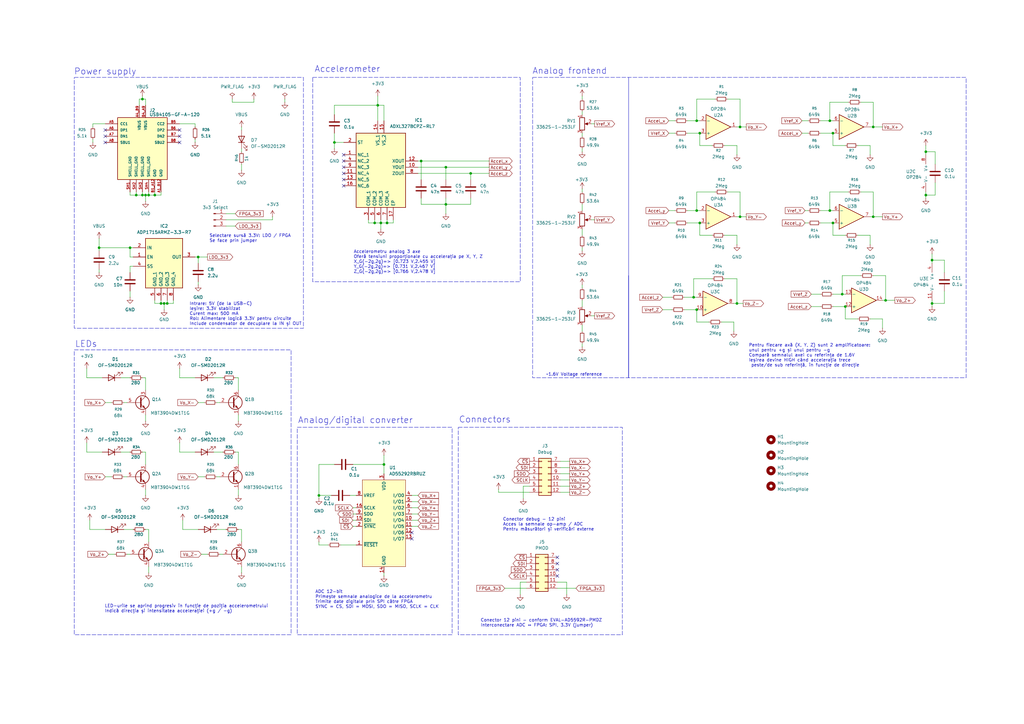
<source format=kicad_sch>
(kicad_sch (version 20250114) (generator "eeschema") (generator_version "9.0")
  (paper "A3")
  (lib_symbols
    (symbol "Connector:Conn_01x03_Pin" (pin_names (offset 1.016) (hide yes))
      (property "Reference" "J" (at 0 5.08 0))
      (property "Value" "Conn_01x03_Pin" (at 0 -5.08 0))
      (symbol "Conn_01x03_Pin_1_1"
        (pin passive line (at 5.08 2.54 180) (length 3.81) (name "Pin_1") (number "1"))
        (pin passive line (at 5.08 0 180) (length 3.81) (name "Pin_2") (number "2"))
        (pin passive line (at 5.08 -2.54 180) (length 3.81) (name "Pin_3") (number "3"))
      )
    )
    (symbol "Connector_Generic:Conn_02x06_Top_Bottom" (pin_names (offset 1.016) (hide yes))
      (property "Reference" "J" (at 1.27 7.62 0))
      (property "Value" "Conn_02x06_Top_Bottom" (at 1.27 -10.16 0))
      (symbol "Conn_02x06_Top_Bottom_1_1"
        (pin passive line (at -5.08 5.08 0) (length 3.81) (name "Pin_1") (number "1"))
        (pin passive line (at -5.08 2.54 0) (length 3.81) (name "Pin_2") (number "2"))
        (pin passive line (at -5.08 0 0) (length 3.81) (name "Pin_3") (number "3"))
        (pin passive line (at -5.08 -2.54 0) (length 3.81) (name "Pin_4") (number "4"))
        (pin passive line (at -5.08 -5.08 0) (length 3.81) (name "Pin_5") (number "5"))
        (pin passive line (at -5.08 -7.62 0) (length 3.81) (name "Pin_6") (number "6"))
        (pin passive line (at 7.62 5.08 180) (length 3.81) (name "Pin_7") (number "7"))
        (pin passive line (at 7.62 2.54 180) (length 3.81) (name "Pin_8") (number "8"))
        (pin passive line (at 7.62 0 180) (length 3.81) (name "Pin_9") (number "9"))
        (pin passive line (at 7.62 -2.54 180) (length 3.81) (name "Pin_10") (number "10"))
        (pin passive line (at 7.62 -5.08 180) (length 3.81) (name "Pin_11") (number "11"))
        (pin passive line (at 7.62 -7.62 180) (length 3.81) (name "Pin_12") (number "12"))
      )
    )
    (symbol "Device:C" (pin_numbers (hide yes)) (pin_names (offset 0.254))
      (property "Reference" "C" (at 0.635 2.54 0))
      (property "Value" "C" (at 0.635 -2.54 0))
      (symbol "C_1_1"
        (pin passive line (at 0 3.81 270) (length 2.794) (name "~") (number "1"))
        (pin passive line (at 0 -3.81 90) (length 2.794) (name "~") (number "2"))
      )
    )
    (symbol "Device:LED" (pin_numbers (hide yes)) (pin_names (offset 1.016) (hide yes))
      (property "Reference" "D" (at 0 2.54 0))
      (property "Value" "LED" (at 0 -2.54 0))
      (symbol "LED_1_1"
        (pin passive line (at -3.81 0 0) (length 2.54) (name "K") (number "1"))
        (pin passive line (at 3.81 0 180) (length 2.54) (name "A") (number "2"))
      )
    )
    (symbol "Device:R_Potentiometer" (pin_names (offset 1.016) (hide yes))
      (property "Reference" "RV" (at -4.445 0 90))
      (property "Value" "R_Potentiometer" (at -2.54 0 90))
      (symbol "R_Potentiometer_1_1"
        (pin passive line (at 0 3.81 270) (length 1.27) (name "1") (number "1"))
        (pin passive line (at 0 -3.81 90) (length 1.27) (name "3") (number "3"))
        (pin passive line (at 3.81 0 180) (length 1.27) (name "2") (number "2"))
      )
    )
    (symbol "Device:R_Small" (pin_numbers (hide yes)) (pin_names (offset 0.254) (hide yes))
      (property "Reference" "R" (at 0 0 90))
      (property "Value" "R_Small" (at 1.778 0 90))
      (symbol "R_Small_1_1"
        (pin passive line (at 0 2.54 270) (length 0.762) (name "~") (number "1"))
        (pin passive line (at 0 -2.54 90) (length 0.762) (name "~") (number "2"))
      )
    )
    (symbol "Mechanical:MountingHole" (pin_names (offset 1.016)) (in_bom no)
      (property "Reference" "H" (at 0 5.08 0))
      (property "Value" "MountingHole" (at 0 3.175 0))
    )
    (symbol "MyLibrary:AD5592RBRUZ"
      (property "Reference" "U1" (at 2.1433 3.81 0))
      (property "Value" "AD55292RBRUZ" (at 2.1433 1.27 0))
      (symbol "AD5592RBRUZ_1_1"
        (pin bidirectional line (at -11.43 -7.62 0) (length 2.54) (name "VREF") (number "8"))
        (pin input line (at -11.43 -12.7 0) (length 2.54) (name "SCLK") (number "16"))
        (pin output line (at -11.43 -15.24 0) (length 2.54) (name "SDO") (number "9"))
        (pin input line (at -11.43 -17.78 0) (length 2.54) (name "SDI") (number "15"))
        (pin input line (at -11.43 -20.32 0) (length 2.54) (name "~{SYNC}") (number "2"))
        (pin input line (at -11.43 -27.94 0) (length 2.54) (name "~{RESET}") (number "1"))
        (pin power_in line (at 0 1.27 270) (length 2.54) (name "VDD") (number "3"))
        (pin power_in line (at 0 -39.37 90) (length 2.54) (name "GND") (number "14"))
        (pin bidirectional line (at 11.43 -7.62 180) (length 2.54) (name "I/O0") (number "4"))
        (pin bidirectional line (at 11.43 -10.16 180) (length 2.54) (name "I/O1") (number "5"))
        (pin bidirectional line (at 11.43 -12.7 180) (length 2.54) (name "I/O2") (number "6"))
        (pin bidirectional line (at 11.43 -15.24 180) (length 2.54) (name "I/O3") (number "7"))
        (pin bidirectional line (at 11.43 -17.78 180) (length 2.54) (name "I/O4") (number "10"))
        (pin bidirectional line (at 11.43 -20.32 180) (length 2.54) (name "I/O5") (number "11"))
        (pin bidirectional line (at 11.43 -22.86 180) (length 2.54) (name "I/O6") (number "12"))
        (pin bidirectional line (at 11.43 -25.4 180) (length 2.54) (name "I/O7") (number "13"))
      )
    )
    (symbol "MyLibrary:ADP1715ARMZ-3.3-R7"
      (property "Reference" "IC2" (at 12.7 8.89 0))
      (property "Value" "ADP1715ARMZ-3.3-R7" (at 12.7 6.35 0))
      (symbol "ADP1715ARMZ-3.3-R7_1_1"
        (pin power_in line (at 0 0 0) (length 5.08) (name "IN") (number "2"))
        (pin input line (at 0 -3.81 0) (length 5.08) (name "EN") (number "1"))
        (pin input line (at 0 -7.62 0) (length 5.08) (name "SS") (number "4"))
        (pin power_in line (at 8.89 -21.59 90) (length 5.08) (name "GND_1") (number "5"))
        (pin power_in line (at 11.43 -21.59 90) (length 5.08) (name "GND_2") (number "6"))
        (pin power_in line (at 13.97 -21.59 90) (length 5.08) (name "GND_3") (number "7"))
        (pin power_in line (at 16.51 -21.59 90) (length 5.08) (name "GND_4") (number "8"))
        (pin power_out line (at 25.4 -3.81 180) (length 5.08) (name "OUT") (number "3"))
      )
    )
    (symbol "MyLibrary:ADXL327BCPZ-RL7"
      (property "Reference" "IC1" (at 30.734 15.494 0))
      (property "Value" "ADXL327BCPZ-RL7" (at 28.194 12.954 0))
      (symbol "ADXL327BCPZ-RL7_1_1"
        (pin passive line (at 0 6.35 0) (length 5.08) (name "ST") (number "2"))
        (pin passive line (at 0 1.27 0) (length 5.08) (name "NC_1") (number "1"))
        (pin passive line (at 0 -1.27 0) (length 5.08) (name "NC_2") (number "4"))
        (pin passive line (at 0 -3.81 0) (length 5.08) (name "NC_3") (number "9"))
        (pin passive line (at 0 -6.35 0) (length 5.08) (name "NC_4") (number "11"))
        (pin passive line (at 0 -8.89 0) (length 5.08) (name "NC_5") (number "13"))
        (pin passive line (at 0 -11.43 0) (length 5.08) (name "NC_6") (number "16"))
        (pin passive line (at 10.16 -25.4 90) (length 5.08) (name "COM_1") (number "3"))
        (pin passive line (at 12.7 -25.4 90) (length 5.08) (name "COM_2") (number "5"))
        (pin passive line (at 13.97 15.24 270) (length 5.08) (name "VS_1") (number "14"))
        (pin passive line (at 15.24 -25.4 90) (length 5.08) (name "COM_3") (number "6"))
        (pin passive line (at 16.51 15.24 270) (length 5.08) (name "VS_2") (number "15"))
        (pin passive line (at 17.78 -25.4 90) (length 5.08) (name "COM_4") (number "7"))
        (pin passive line (at 20.32 -25.4 90) (length 5.08) (name "EP") (number "17"))
        (pin passive line (at 30.48 -1.27 180) (length 5.08) (name "XOUT") (number "12"))
        (pin passive line (at 30.48 -3.81 180) (length 5.08) (name "YOUT") (number "10"))
        (pin passive line (at 30.48 -6.35 180) (length 5.08) (name "ZOUT") (number "8"))
      )
    )
    (symbol "MyLibrary:MBT3904DW1T1G"
      (property "Reference" "Q" (at 0 0 0))
      (property "Value" "MBT3904DW1T1G" (at 11.684 0 0))
      (symbol "MBT3904DW1T1G_1_1"
        (pin input line (at -6.35 0 0) (length 2.54) (name "") (number "5"))
        (pin passive line (at 1.27 5.08 270) (length 2.54) (name "") (number "3"))
        (pin passive line (at 1.27 -5.08 90) (length 2.54) (name "") (number "4"))
      )
      (symbol "MBT3904DW1T1G_2_1"
        (pin input line (at -6.35 0 0) (length 2.54) (name "") (number "2"))
        (pin passive line (at 1.27 5.08 270) (length 2.54) (name "") (number "6"))
        (pin passive line (at 1.27 -5.08 90) (length 2.54) (name "") (number "1"))
      )
    )
    (symbol "MyLibrary:OP284" (pin_names (offset 0.127))
      (property "Reference" "U" (at 0 5.08 0))
      (property "Value" "OP284" (at 0 -5.08 0))
      (symbol "OP284_1_1"
        (pin input line (at -7.62 2.54 0) (length 2.54) (name "+") (number "3"))
        (pin input line (at -7.62 -2.54 0) (length 2.54) (name "-") (number "2"))
        (pin output line (at 7.62 0 180) (length 2.54) (name "~") (number "1"))
      )
      (symbol "OP284_2_1"
        (pin input line (at -7.62 2.54 0) (length 2.54) (name "+") (number "5"))
        (pin input line (at -7.62 -2.54 0) (length 2.54) (name "-") (number "6"))
        (pin output line (at 7.62 0 180) (length 2.54) (name "~") (number "7"))
      )
      (symbol "OP284_3_1"
        (pin power_in line (at -2.54 7.62 270) (length 3.81) (name "V+") (number "8"))
        (pin power_in line (at -2.54 -7.62 90) (length 3.81) (name "V-") (number "4"))
      )
    )
    (symbol "MyLibrary:OP484" (pin_names (offset 0.127))
      (property "Reference" "U" (at 0 5.08 0))
      (property "Value" "OP484" (at 0 -5.08 0))
      (symbol "OP484_1_1"
        (pin input line (at -7.62 2.54 0) (length 2.54) (name "+") (number "3"))
        (pin input line (at -7.62 -2.54 0) (length 2.54) (name "-") (number "2"))
        (pin output line (at 7.62 0 180) (length 2.54) (name "~") (number "1"))
      )
      (symbol "OP484_2_1"
        (pin input line (at -7.62 2.54 0) (length 2.54) (name "+") (number "5"))
        (pin input line (at -7.62 -2.54 0) (length 2.54) (name "-") (number "6"))
        (pin output line (at 7.62 0 180) (length 2.54) (name "~") (number "7"))
      )
      (symbol "OP484_3_1"
        (pin input line (at -7.62 2.54 0) (length 2.54) (name "+") (number "10"))
        (pin input line (at -7.62 -2.54 0) (length 2.54) (name "-") (number "9"))
        (pin output line (at 7.62 0 180) (length 2.54) (name "~") (number "8"))
      )
      (symbol "OP484_4_1"
        (pin input line (at -7.62 2.54 0) (length 2.54) (name "+") (number "12"))
        (pin input line (at -7.62 -2.54 0) (length 2.54) (name "-") (number "13"))
        (pin output line (at 7.62 0 180) (length 2.54) (name "~") (number "14"))
      )
      (symbol "OP484_5_1"
        (pin power_in line (at -2.54 7.62 270) (length 3.81) (name "V+") (number "4"))
        (pin power_in line (at -2.54 -7.62 90) (length 3.81) (name "V-") (number "11"))
      )
    )
    (symbol "MyLibrary:USB4105-GF-A-120" (pin_names (offset 1.016))
      (property "Reference" "J2" (at 4.064 15.748 0))
      (property "Value" "USB4105-GF-A-120" (at 13.208 13.97 0))
      (symbol "USB4105-GF-A-120_0_0"
        (pin bidirectional line (at -15.24 10.16 0) (length 5.08) (name "CC1") (number "A5"))
        (pin bidirectional line (at -15.24 7.62 0) (length 5.08) (name "DP1") (number "A6"))
        (pin bidirectional line (at -15.24 5.08 0) (length 5.08) (name "DN1") (number "A7"))
        (pin bidirectional line (at -15.24 2.54 0) (length 5.08) (name "SBU1") (number "A8"))
        (pin power_in line (at -5.08 -17.78 90) (length 5.08) (name "SHELL_GND") (number "SH1"))
        (pin power_in line (at -2.54 -17.78 90) (length 5.08) (name "SHELL_GND") (number "SH2"))
        (pin power_in line (at 0 -17.78 90) (length 5.08) (name "SHELL_GND") (number "SH3"))
        (pin power_in line (at 1.27 17.78 270) (length 5.08) (name "VBUS") (number "B4_A9"))
        (pin power_in line (at 2.54 -17.78 90) (length 5.08) (name "SHELL_GND") (number "SH4"))
        (pin power_in line (at 5.08 -17.78 90) (length 5.08) (name "GND") (number "B1_A12"))
        (pin power_in line (at 7.62 -17.78 90) (length 5.08) (name "GND") (number "A1_B12"))
        (pin bidirectional line (at 15.24 10.16 180) (length 5.08) (name "CC2") (number "B5"))
        (pin bidirectional line (at 15.24 7.62 180) (length 5.08) (name "DP2") (number "B6"))
        (pin bidirectional line (at 15.24 5.08 180) (length 5.08) (name "DN2") (number "B7"))
        (pin bidirectional line (at 15.24 2.54 180) (length 5.08) (name "SBU2") (number "B8"))
      )
      (symbol "USB4105-GF-A-120_1_0"
        (pin power_out line (at -1.27 17.78 270) (length 5.08) (name "VBUS") (number "A4_B9"))
      )
    )
    (symbol "power:+3V3" (power) (pin_numbers (hide yes)) (pin_names (offset 0) (hide yes))
      (property "Value" "+3V3" (at 0 3.556 0))
      (symbol "+3V3_1_1"
        (pin power_in line (at 0 0 90) (length 0) (name "~") (number "1"))
      )
    )
    (symbol "power:GND" (power) (pin_numbers (hide yes)) (pin_names (offset 0) (hide yes))
      (property "Value" "GND" (at 0 -3.81 0))
      (symbol "GND_1_1"
        (pin power_in line (at 0 0 270) (length 0) (name "~") (number "1"))
      )
    )
    (symbol "power:PWR_FLAG" (power) (pin_numbers (hide yes)) (pin_names (offset 0) (hide yes))
      (property "Value" "PWR_FLAG" (at 0 3.81 0))
      (symbol "PWR_FLAG_0_0"
        (pin power_out line (at 0 0 90) (length 0) (name "~") (number "1"))
      )
    )
    (symbol "power:VBUS" (power) (pin_numbers (hide yes)) (pin_names (offset 0) (hide yes))
      (property "Value" "VBUS" (at 0 3.556 0))
      (symbol "VBUS_1_1"
        (pin power_in line (at 0 0 90) (length 0) (name "~") (number "1"))
      )
    )
  )
  (rectangle (start 218.44 31.75) (end 396.24 154.94) (stroke (width 0) (type dash)))
  (rectangle (start 128.27 31.75) (end 213.36 115.57) (stroke (width 0) (type dash)))
  (rectangle (start 30.48 143.51) (end 119.38 260.35) (stroke (width 0) (type dash)))
  (rectangle (start 187.96 175.26) (end 255.27 260.35) (stroke (width 0) (type dash)))
  (rectangle (start 30.48 31.75) (end 124.46 134.62) (stroke (width 0) (type dash)))
  (rectangle (start 121.92 175.26) (end 185.42 260.35) (stroke (width 0) (type dash)))
  (text "Power supply" (at 43.18 29.464 0) (effects (font (size 2.54 2.54))))
  (text "Analog frontend" (at 233.68 29.21 0) (effects (font (size 2.54 2.54))))
  (text "LED-urile se aprind progresiv în funcție de poziția accelerometrului  \nIndică direcția și intensitatea accelerației (+g / -g)\n" (at 42.926 249.682 0) (effects (font (size 1.27 1.27)) (justify left)))
  (text "ADC 12-bit  \nPrimește semnale analogice de la accelerometru \nTrimite date digitale prin SPI către FPGA  \nSYNC = CS, SDI = MOSI, SDO = MISO, SCLK = CLK\n" (at 129.286 245.872 0) (effects (font (size 1.27 1.27)) (justify left)))
  (text "Intrare: 5V (de la USB-C)\nIeșire: 3.3V stabilizat\nCurent max: 500 mA\nRol: Alimentare logică 3.3V pentru circuite\nInclude condensator de decuplare la IN și OUT\n" (at 77.724 128.778 0) (effects (font (size 1.27 1.27)) (justify left)))
  (text "Connectors" (at 198.882 172.212 0) (effects (font (size 2.54 2.54))))
  (text "Analog/digital converter" (at 145.796 172.466 0) (effects (font (size 2.54 2.54))))
  (text "~1.6V Voltage reference" (at 235.458 153.67 0) (effects (font (size 1.27 1.27))))
  (text "LEDs" (at 35.306 141.224 0) (effects (font (size 2.54 2.54))))
  (text "Accelerometru analog 3 axe  \nOferă tensiuni proporționale cu accelerația pe X, Y, Z  \nX_G(-2g,2g)=> [0.723 V,2.455 V]\nY_G(-2g,2g)=> [0.731 V,2.467 V]\nZ_G(-2g,2g)=> [0.766 V,2.478 V]\n" (at 145.034 107.442 0) (effects (font (size 1.27 1.27)) (justify left)))
  (text "Accelerometer" (at 142.494 28.448 0) (effects (font (size 2.54 2.54))))
  (text "Pentru fiecare axă (X, Y, Z) sunt 2 amplificatoare:\nunul pentru +g și unul pentru -g  \nCompară semnalul axei cu referința de 1.6V  \nIeșirea devine HIGH când accelerația trece\n peste/de sub referință, în funcție de direcție\n" (at 307.086 145.796 0) (effects (font (size 1.27 1.27)) (justify left)))
  (text "Conector debug - 12 pini\nAcces la semnale op-amp / ADC\nPentru măsurători și verificări externe\n" (at 206.248 215.138 0) (effects (font (size 1.27 1.27)) (justify left)))
  (text "Selectare sursă 3.3V: LDO / FPGA\nSe face prin jumper\n" (at 85.852 97.79 0) (effects (font (size 1.27 1.27)) (justify left)))
  (text "Conector 12 pini - conform EVAL-AD5592R-PMDZ  \nInterconectare ADC ↔ FPGA: SPI, 3.3V (jumper)\n" (at 197.104 255.524 0) (effects (font (size 1.27 1.27)) (justify left)))
  (junction (at 379.73 80.01))
  (junction (at 193.04 71.12))
  (junction (at 379.73 62.23))
  (junction (at 284.48 121.92))
  (junction (at 156.21 91.44))
  (junction (at 363.22 123.19))
  (junction (at 341.63 91.44))
  (junction (at 285.75 127))
  (junction (at 55.88 80.01))
  (junction (at 345.44 120.65))
  (junction (at 358.14 88.9))
  (junction (at 130.81 203.2))
  (junction (at 303.53 52.07))
  (junction (at 287.02 54.61))
  (junction (at 153.67 91.44))
  (junction (at 53.34 101.6))
  (junction (at 182.88 68.58))
  (junction (at 67.31 124.46))
  (junction (at 172.72 66.04))
  (junction (at 341.63 54.61))
  (junction (at 182.88 83.82))
  (junction (at 303.53 88.9))
  (junction (at 137.16 58.42))
  (junction (at 358.14 52.07))
  (junction (at 66.04 124.46))
  (junction (at 154.94 43.18))
  (junction (at 60.96 80.01))
  (junction (at 340.36 49.53))
  (junction (at 285.75 49.53))
  (junction (at 382.27 124.46))
  (junction (at 81.28 105.41))
  (junction (at 158.75 91.44))
  (junction (at 346.71 125.73))
  (junction (at 59.69 80.01))
  (junction (at 287.02 91.44))
  (junction (at 302.26 124.46))
  (junction (at 58.42 80.01))
  (junction (at 382.27 106.68))
  (junction (at 68.58 124.46))
  (junction (at 285.75 86.36))
  (junction (at 40.64 101.6))
  (junction (at 58.42 40.64))
  (junction (at 63.5 80.01))
  (junction (at 340.36 86.36))
  (junction (at 157.48 190.5))
  (no_connect (at 168.91 218.44))
  (no_connect (at 140.97 66.04))
  (no_connect (at 73.66 55.88))
  (no_connect (at 140.97 71.12))
  (no_connect (at 228.6 233.68))
  (no_connect (at 73.66 53.34))
  (no_connect (at 228.6 231.14))
  (no_connect (at 73.66 58.42))
  (no_connect (at 228.6 236.22))
  (no_connect (at 168.91 220.98))
  (no_connect (at 140.97 76.2))
  (no_connect (at 140.97 73.66))
  (no_connect (at 43.18 55.88))
  (no_connect (at 140.97 68.58))
  (no_connect (at 43.18 58.42))
  (no_connect (at 228.6 228.6))
  (no_connect (at 43.18 53.34))
  (no_connect (at 140.97 63.5))
  (wire (pts (xy 328.93 54.61) (xy 331.47 54.61)))
  (wire (pts (xy 57.15 40.64) (xy 58.42 40.64)))
  (wire (pts (xy 358.14 78.74) (xy 358.14 88.9)))
  (wire (pts (xy 99.06 60.96) (xy 99.06 62.23)))
  (wire (pts (xy 43.18 165.1) (xy 45.72 165.1)))
  (wire (pts (xy 161.29 91.44) (xy 161.29 90.17)))
  (wire (pts (xy 271.78 127) (xy 275.59 127)))
  (wire (pts (xy 156.21 91.44) (xy 156.21 93.98)))
  (wire (pts (xy 99.06 217.17) (xy 99.06 222.25)))
  (wire (pts (xy 54.61 105.41) (xy 53.34 105.41)))
  (wire (pts (xy 287.02 86.36) (xy 285.75 86.36)))
  (wire (pts (xy 387.35 106.68) (xy 382.27 106.68)))
  (wire (pts (xy 281.94 54.61) (xy 287.02 54.61)))
  (wire (pts (xy 67.31 124.46) (xy 68.58 124.46)))
  (wire (pts (xy 144.78 190.5) (xy 157.48 190.5)))
  (wire (pts (xy 182.88 81.28) (xy 182.88 83.82)))
  (wire (pts (xy 168.91 210.82) (xy 171.45 210.82)))
  (wire (pts (xy 358.14 88.9) (xy 356.87 88.9)))
  (wire (pts (xy 81.28 195.58) (xy 83.82 195.58)))
  (wire (pts (xy 382.27 123.19) (xy 382.27 124.46)))
  (wire (pts (xy 40.64 97.79) (xy 40.64 101.6)))
  (polyline (pts (xy 257.81 154.94) (xy 257.81 113.03)))
  (wire (pts (xy 274.32 86.36) (xy 276.86 86.36)))
  (wire (pts (xy 40.64 110.49) (xy 40.64 111.76)))
  (wire (pts (xy 281.94 49.53) (xy 285.75 49.53)))
  (wire (pts (xy 284.48 114.3) (xy 292.1 114.3)))
  (wire (pts (xy 144.78 215.9) (xy 146.05 215.9)))
  (wire (pts (xy 50.8 165.1) (xy 52.07 165.1)))
  (wire (pts (xy 58.42 39.37) (xy 58.42 40.64)))
  (wire (pts (xy 99.06 232.41) (xy 99.06 234.95)))
  (wire (pts (xy 303.53 78.74) (xy 303.53 88.9)))
  (wire (pts (xy 151.13 90.17) (xy 151.13 91.44)))
  (wire (pts (xy 60.96 80.01) (xy 63.5 80.01)))
  (wire (pts (xy 345.44 120.65) (xy 345.44 113.03)))
  (wire (pts (xy 88.9 195.58) (xy 90.17 195.58)))
  (wire (pts (xy 63.5 124.46) (xy 66.04 124.46)))
  (wire (pts (xy 59.69 154.94) (xy 59.69 160.02)))
  (wire (pts (xy 53.34 80.01) (xy 55.88 80.01)))
  (wire (pts (xy 58.42 154.94) (xy 59.69 154.94)))
  (wire (pts (xy 271.78 121.92) (xy 275.59 121.92)))
  (wire (pts (xy 358.14 113.03) (xy 363.22 113.03)))
  (wire (pts (xy 274.32 49.53) (xy 276.86 49.53)))
  (wire (pts (xy 280.67 121.92) (xy 284.48 121.92)))
  (wire (pts (xy 193.04 71.12) (xy 200.66 71.12)))
  (wire (pts (xy 116.84 40.64) (xy 116.84 41.91)))
  (wire (pts (xy 238.76 133.35) (xy 238.76 135.89)))
  (wire (pts (xy 300.99 132.08) (xy 300.99 135.89)))
  (wire (pts (xy 356.87 96.52) (xy 356.87 100.33)))
  (wire (pts (xy 340.36 49.53) (xy 340.36 41.91)))
  (wire (pts (xy 351.79 130.81) (xy 346.71 130.81)))
  (wire (pts (xy 340.36 86.36) (xy 340.36 78.74)))
  (wire (pts (xy 171.45 71.12) (xy 193.04 71.12)))
  (wire (pts (xy 182.88 83.82) (xy 193.04 83.82)))
  (wire (pts (xy 81.28 105.41) (xy 85.09 105.41)))
  (wire (pts (xy 81.28 165.1) (xy 83.82 165.1)))
  (wire (pts (xy 383.54 62.23) (xy 379.73 62.23)))
  (wire (pts (xy 96.52 154.94) (xy 97.79 154.94)))
  (wire (pts (xy 285.75 132.08) (xy 285.75 127)))
  (wire (pts (xy 238.76 39.37) (xy 238.76 40.64)))
  (wire (pts (xy 182.88 68.58) (xy 182.88 73.66)))
  (wire (pts (xy 59.69 200.66) (xy 59.69 203.2)))
  (wire (pts (xy 274.32 91.44) (xy 276.86 91.44)))
  (wire (pts (xy 153.67 90.17) (xy 153.67 91.44)))
  (wire (pts (xy 95.25 40.64) (xy 95.25 41.91)))
  (wire (pts (xy 346.71 120.65) (xy 345.44 120.65)))
  (wire (pts (xy 232.41 238.76) (xy 228.6 238.76)))
  (wire (pts (xy 242.57 129.54) (xy 243.84 129.54)))
  (wire (pts (xy 66.04 123.19) (xy 66.04 124.46)))
  (wire (pts (xy 290.83 132.08) (xy 285.75 132.08)))
  (polyline (pts (xy 257.81 31.75) (xy 257.81 154.94)))
  (wire (pts (xy 358.14 88.9) (xy 361.95 88.9)))
  (wire (pts (xy 302.26 114.3) (xy 302.26 124.46)))
  (wire (pts (xy 68.58 123.19) (xy 68.58 124.46)))
  (wire (pts (xy 35.56 154.94) (xy 41.91 154.94)))
  (wire (pts (xy 144.78 208.28) (xy 146.05 208.28)))
  (wire (pts (xy 50.8 195.58) (xy 52.07 195.58)))
  (wire (pts (xy 157.48 190.5) (xy 157.48 194.31)))
  (wire (pts (xy 238.76 45.72) (xy 238.76 46.99)))
  (wire (pts (xy 151.13 91.44) (xy 153.67 91.44)))
  (wire (pts (xy 363.22 113.03) (xy 363.22 123.19)))
  (wire (pts (xy 97.79 185.42) (xy 97.79 190.5)))
  (wire (pts (xy 215.9 238.76) (xy 213.36 238.76)))
  (wire (pts (xy 379.73 59.69) (xy 379.73 62.23)))
  (wire (pts (xy 171.45 68.58) (xy 182.88 68.58)))
  (wire (pts (xy 91.44 154.94) (xy 87.63 154.94)))
  (wire (pts (xy 228.6 241.3) (xy 236.22 241.3)))
  (wire (pts (xy 379.73 62.23) (xy 379.73 63.5)))
  (wire (pts (xy 274.32 54.61) (xy 276.86 54.61)))
  (wire (pts (xy 346.71 59.69) (xy 341.63 59.69)))
  (wire (pts (xy 233.68 194.31) (xy 229.87 194.31)))
  (wire (pts (xy 59.69 80.01) (xy 59.69 82.55)))
  (wire (pts (xy 60.96 78.74) (xy 60.96 80.01)))
  (wire (pts (xy 341.63 86.36) (xy 340.36 86.36)))
  (wire (pts (xy 238.76 101.6) (xy 238.76 102.87)))
  (wire (pts (xy 137.16 46.99) (xy 137.16 43.18)))
  (wire (pts (xy 130.81 203.2) (xy 135.89 203.2)))
  (wire (pts (xy 144.78 210.82) (xy 146.05 210.82)))
  (wire (pts (xy 297.18 96.52) (xy 302.26 96.52)))
  (wire (pts (xy 358.14 41.91) (xy 358.14 52.07)))
  (wire (pts (xy 80.01 50.8) (xy 80.01 52.07)))
  (wire (pts (xy 297.18 114.3) (xy 302.26 114.3)))
  (wire (pts (xy 292.1 96.52) (xy 287.02 96.52)))
  (wire (pts (xy 182.88 83.82) (xy 182.88 87.63)))
  (wire (pts (xy 281.94 91.44) (xy 287.02 91.44)))
  (wire (pts (xy 345.44 113.03) (xy 353.06 113.03)))
  (wire (pts (xy 171.45 66.04) (xy 172.72 66.04)))
  (wire (pts (xy 60.96 232.41) (xy 60.96 234.95)))
  (wire (pts (xy 53.34 78.74) (xy 53.34 80.01)))
  (wire (pts (xy 363.22 123.19) (xy 361.95 123.19)))
  (wire (pts (xy 285.75 121.92) (xy 284.48 121.92)))
  (wire (pts (xy 340.36 41.91) (xy 347.98 41.91)))
  (wire (pts (xy 73.66 181.61) (xy 73.66 185.42)))
  (wire (pts (xy 280.67 127) (xy 285.75 127)))
  (wire (pts (xy 157.48 43.18) (xy 157.48 49.53)))
  (wire (pts (xy 92.71 92.71) (xy 96.52 92.71)))
  (wire (pts (xy 233.68 189.23) (xy 229.87 189.23)))
  (wire (pts (xy 285.75 86.36) (xy 285.75 78.74)))
  (wire (pts (xy 379.73 78.74) (xy 379.73 80.01)))
  (wire (pts (xy 59.69 40.64) (xy 59.69 43.18)))
  (wire (pts (xy 287.02 49.53) (xy 285.75 49.53)))
  (wire (pts (xy 168.91 215.9) (xy 171.45 215.9)))
  (wire (pts (xy 60.96 217.17) (xy 60.96 222.25)))
  (wire (pts (xy 53.34 119.38) (xy 53.34 121.92)))
  (wire (pts (xy 238.76 54.61) (xy 238.76 55.88)))
  (wire (pts (xy 36.83 217.17) (xy 43.18 217.17)))
  (wire (pts (xy 66.04 124.46) (xy 67.31 124.46)))
  (wire (pts (xy 356.87 59.69) (xy 356.87 63.5)))
  (wire (pts (xy 81.28 105.41) (xy 80.01 105.41)))
  (wire (pts (xy 53.34 111.76) (xy 53.34 109.22)))
  (wire (pts (xy 67.31 124.46) (xy 67.31 127)))
  (wire (pts (xy 156.21 90.17) (xy 156.21 91.44)))
  (wire (pts (xy 96.52 185.42) (xy 97.79 185.42)))
  (wire (pts (xy 298.45 78.74) (xy 303.53 78.74)))
  (wire (pts (xy 287.02 59.69) (xy 287.02 54.61)))
  (wire (pts (xy 233.68 196.85) (xy 229.87 196.85)))
  (wire (pts (xy 232.41 238.76) (xy 232.41 243.84)))
  (wire (pts (xy 341.63 59.69) (xy 341.63 54.61)))
  (wire (pts (xy 336.55 86.36) (xy 340.36 86.36)))
  (wire (pts (xy 238.76 123.19) (xy 238.76 125.73)))
  (wire (pts (xy 242.57 90.17) (xy 243.84 90.17)))
  (wire (pts (xy 73.66 185.42) (xy 80.01 185.42)))
  (wire (pts (xy 73.66 50.8) (xy 80.01 50.8)))
  (wire (pts (xy 130.81 190.5) (xy 130.81 203.2)))
  (wire (pts (xy 336.55 54.61) (xy 341.63 54.61)))
  (wire (pts (xy 238.76 60.96) (xy 238.76 62.23)))
  (wire (pts (xy 353.06 78.74) (xy 358.14 78.74)))
  (wire (pts (xy 303.53 88.9) (xy 306.07 88.9)))
  (wire (pts (xy 59.69 185.42) (xy 59.69 190.5)))
  (wire (pts (xy 157.48 186.69) (xy 157.48 190.5)))
  (wire (pts (xy 332.74 125.73) (xy 336.55 125.73)))
  (wire (pts (xy 36.83 213.36) (xy 36.83 217.17)))
  (wire (pts (xy 238.76 116.84) (xy 238.76 118.11)))
  (wire (pts (xy 58.42 185.42) (xy 59.69 185.42)))
  (wire (pts (xy 330.2 86.36) (xy 331.47 86.36)))
  (wire (pts (xy 341.63 125.73) (xy 346.71 125.73)))
  (wire (pts (xy 111.76 90.17) (xy 111.76 88.9)))
  (wire (pts (xy 63.5 123.19) (xy 63.5 124.46)))
  (wire (pts (xy 303.53 52.07) (xy 302.26 52.07)))
  (wire (pts (xy 58.42 40.64) (xy 59.69 40.64)))
  (wire (pts (xy 285.75 40.64) (xy 293.37 40.64)))
  (wire (pts (xy 35.56 185.42) (xy 41.91 185.42)))
  (wire (pts (xy 382.27 106.68) (xy 382.27 107.95)))
  (wire (pts (xy 68.58 124.46) (xy 71.12 124.46)))
  (wire (pts (xy 168.91 203.2) (xy 171.45 203.2)))
  (wire (pts (xy 40.64 101.6) (xy 53.34 101.6)))
  (wire (pts (xy 382.27 124.46) (xy 382.27 125.73)))
  (wire (pts (xy 242.57 50.8) (xy 243.84 50.8)))
  (wire (pts (xy 168.91 208.28) (xy 171.45 208.28)))
  (wire (pts (xy 238.76 83.82) (xy 238.76 86.36)))
  (wire (pts (xy 92.71 87.63) (xy 96.52 87.63)))
  (wire (pts (xy 346.71 130.81) (xy 346.71 125.73)))
  (wire (pts (xy 52.07 227.33) (xy 53.34 227.33)))
  (wire (pts (xy 214.63 199.39) (xy 214.63 204.47)))
  (wire (pts (xy 74.93 213.36) (xy 74.93 217.17)))
  (wire (pts (xy 157.48 234.95) (xy 157.48 236.22)))
  (wire (pts (xy 168.91 205.74) (xy 171.45 205.74)))
  (wire (pts (xy 53.34 101.6) (xy 53.34 105.41)))
  (wire (pts (xy 95.25 41.91) (xy 104.14 41.91)))
  (wire (pts (xy 358.14 52.07) (xy 356.87 52.07)))
  (wire (pts (xy 97.79 200.66) (xy 97.79 203.2)))
  (wire (pts (xy 73.66 151.13) (xy 73.66 154.94)))
  (wire (pts (xy 55.88 78.74) (xy 55.88 80.01)))
  (wire (pts (xy 303.53 88.9) (xy 302.26 88.9)))
  (wire (pts (xy 57.15 43.18) (xy 57.15 40.64)))
  (wire (pts (xy 157.48 43.18) (xy 154.94 43.18)))
  (wire (pts (xy 66.04 80.01) (xy 66.04 78.74)))
  (wire (pts (xy 38.1 52.07) (xy 38.1 50.8)))
  (wire (pts (xy 213.36 238.76) (xy 213.36 243.84)))
  (wire (pts (xy 137.16 58.42) (xy 137.16 60.96)))
  (wire (pts (xy 383.54 80.01) (xy 379.73 80.01)))
  (wire (pts (xy 233.68 199.39) (xy 229.87 199.39)))
  (wire (pts (xy 130.81 190.5) (xy 137.16 190.5)))
  (wire (pts (xy 346.71 96.52) (xy 341.63 96.52)))
  (wire (pts (xy 143.51 203.2) (xy 146.05 203.2)))
  (wire (pts (xy 182.88 68.58) (xy 200.66 68.58)))
  (wire (pts (xy 387.35 111.76) (xy 387.35 106.68)))
  (wire (pts (xy 172.72 83.82) (xy 182.88 83.82)))
  (wire (pts (xy 298.45 40.64) (xy 303.53 40.64)))
  (wire (pts (xy 40.64 102.87) (xy 40.64 101.6)))
  (wire (pts (xy 302.26 59.69) (xy 302.26 63.5)))
  (wire (pts (xy 238.76 140.97) (xy 238.76 142.24)))
  (wire (pts (xy 193.04 81.28) (xy 193.04 83.82)))
  (wire (pts (xy 379.73 80.01) (xy 379.73 81.28)))
  (wire (pts (xy 336.55 91.44) (xy 341.63 91.44)))
  (wire (pts (xy 130.81 203.2) (xy 130.81 204.47)))
  (wire (pts (xy 58.42 78.74) (xy 58.42 80.01)))
  (wire (pts (xy 172.72 83.82) (xy 172.72 81.28)))
  (wire (pts (xy 82.55 227.33) (xy 85.09 227.33)))
  (wire (pts (xy 53.34 185.42) (xy 49.53 185.42)))
  (wire (pts (xy 53.34 109.22) (xy 54.61 109.22)))
  (wire (pts (xy 302.26 96.52) (xy 302.26 100.33)))
  (wire (pts (xy 81.28 105.41) (xy 81.28 107.95)))
  (wire (pts (xy 90.17 227.33) (xy 91.44 227.33)))
  (wire (pts (xy 63.5 78.74) (xy 63.5 80.01)))
  (wire (pts (xy 233.68 191.77) (xy 229.87 191.77)))
  (wire (pts (xy 358.14 52.07) (xy 361.95 52.07)))
  (wire (pts (xy 302.26 124.46) (xy 300.99 124.46)))
  (wire (pts (xy 74.93 217.17) (xy 81.28 217.17)))
  (wire (pts (xy 137.16 43.18) (xy 154.94 43.18)))
  (wire (pts (xy 80.01 57.15) (xy 80.01 58.42)))
  (wire (pts (xy 238.76 77.47) (xy 238.76 78.74)))
  (wire (pts (xy 99.06 52.07) (xy 99.06 53.34)))
  (wire (pts (xy 54.61 217.17) (xy 50.8 217.17)))
  (wire (pts (xy 137.16 54.61) (xy 137.16 58.42)))
  (wire (pts (xy 97.79 170.18) (xy 97.79 172.72)))
  (wire (pts (xy 38.1 57.15) (xy 38.1 58.42)))
  (wire (pts (xy 341.63 49.53) (xy 340.36 49.53)))
  (wire (pts (xy 55.88 80.01) (xy 58.42 80.01)))
  (wire (pts (xy 92.71 90.17) (xy 111.76 90.17)))
  (wire (pts (xy 137.16 58.42) (xy 140.97 58.42)))
  (wire (pts (xy 130.81 222.25) (xy 130.81 223.52)))
  (wire (pts (xy 168.91 213.36) (xy 171.45 213.36)))
  (wire (pts (xy 44.45 227.33) (xy 46.99 227.33)))
  (wire (pts (xy 284.48 121.92) (xy 284.48 114.3)))
  (wire (pts (xy 330.2 91.44) (xy 331.47 91.44)))
  (wire (pts (xy 63.5 80.01) (xy 66.04 80.01)))
  (wire (pts (xy 363.22 123.19) (xy 367.03 123.19)))
  (wire (pts (xy 35.56 181.61) (xy 35.56 185.42)))
  (wire (pts (xy 43.18 195.58) (xy 45.72 195.58)))
  (wire (pts (xy 303.53 40.64) (xy 303.53 52.07)))
  (wire (pts (xy 53.34 154.94) (xy 49.53 154.94)))
  (wire (pts (xy 387.35 124.46) (xy 382.27 124.46)))
  (wire (pts (xy 287.02 96.52) (xy 287.02 91.44)))
  (wire (pts (xy 382.27 104.14) (xy 382.27 106.68)))
  (wire (pts (xy 328.93 49.53) (xy 331.47 49.53)))
  (wire (pts (xy 156.21 91.44) (xy 158.75 91.44)))
  (wire (pts (xy 88.9 165.1) (xy 90.17 165.1)))
  (wire (pts (xy 387.35 119.38) (xy 387.35 124.46)))
  (wire (pts (xy 59.69 80.01) (xy 60.96 80.01)))
  (wire (pts (xy 292.1 59.69) (xy 287.02 59.69)))
  (wire (pts (xy 217.17 199.39) (xy 214.63 199.39)))
  (wire (pts (xy 53.34 101.6) (xy 54.61 101.6)))
  (wire (pts (xy 97.79 217.17) (xy 99.06 217.17)))
  (wire (pts (xy 154.94 49.53) (xy 154.94 43.18)))
  (wire (pts (xy 92.71 217.17) (xy 88.9 217.17)))
  (wire (pts (xy 207.01 241.3) (xy 215.9 241.3)))
  (wire (pts (xy 139.7 223.52) (xy 146.05 223.52)))
  (wire (pts (xy 341.63 120.65) (xy 345.44 120.65)))
  (wire (pts (xy 97.79 154.94) (xy 97.79 160.02)))
  (wire (pts (xy 336.55 49.53) (xy 340.36 49.53)))
  (wire (pts (xy 340.36 78.74) (xy 347.98 78.74)))
  (wire (pts (xy 104.14 41.91) (xy 104.14 40.64)))
  (wire (pts (xy 383.54 74.93) (xy 383.54 80.01)))
  (wire (pts (xy 172.72 66.04) (xy 172.72 73.66)))
  (wire (pts (xy 153.67 91.44) (xy 156.21 91.44)))
  (wire (pts (xy 285.75 49.53) (xy 285.75 40.64)))
  (wire (pts (xy 361.95 130.81) (xy 361.95 134.62)))
  (wire (pts (xy 297.18 59.69) (xy 302.26 59.69)))
  (wire (pts (xy 193.04 71.12) (xy 193.04 73.66)))
  (wire (pts (xy 59.69 170.18) (xy 59.69 172.72)))
  (wire (pts (xy 99.06 67.31) (xy 99.06 69.85)))
  (wire (pts (xy 353.06 41.91) (xy 358.14 41.91)))
  (wire (pts (xy 71.12 123.19) (xy 71.12 124.46)))
  (wire (pts (xy 204.47 201.93) (xy 217.17 201.93)))
  (wire (pts (xy 233.68 201.93) (xy 229.87 201.93)))
  (wire (pts (xy 351.79 59.69) (xy 356.87 59.69)))
  (wire (pts (xy 38.1 50.8) (xy 43.18 50.8)))
  (wire (pts (xy 356.87 130.81) (xy 361.95 130.81)))
  (wire (pts (xy 302.26 124.46) (xy 304.8 124.46)))
  (wire (pts (xy 285.75 78.74) (xy 293.37 78.74)))
  (wire (pts (xy 341.63 96.52) (xy 341.63 91.44)))
  (wire (pts (xy 73.66 154.94) (xy 80.01 154.94)))
  (wire (pts (xy 91.44 185.42) (xy 87.63 185.42)))
  (wire (pts (xy 59.69 217.17) (xy 60.96 217.17)))
  (wire (pts (xy 204.47 200.66) (xy 204.47 201.93)))
  (wire (pts (xy 295.91 132.08) (xy 300.99 132.08)))
  (wire (pts (xy 35.56 151.13) (xy 35.56 154.94)))
  (wire (pts (xy 281.94 86.36) (xy 285.75 86.36)))
  (wire (pts (xy 332.74 120.65) (xy 336.55 120.65)))
  (wire (pts (xy 303.53 52.07) (xy 306.07 52.07)))
  (wire (pts (xy 383.54 67.31) (xy 383.54 62.23)))
  (wire (pts (xy 81.28 115.57) (xy 81.28 116.84)))
  (wire (pts (xy 158.75 90.17) (xy 158.75 91.44)))
  (wire (pts (xy 130.81 223.52) (xy 134.62 223.52)))
  (wire (pts (xy 144.78 213.36) (xy 146.05 213.36)))
  (wire (pts (xy 172.72 66.04) (xy 200.66 66.04)))
  (wire (pts (xy 154.94 39.37) (xy 154.94 43.18)))
  (wire (pts (xy 161.29 91.44) (xy 158.75 91.44)))
  (wire (pts (xy 238.76 93.98) (xy 238.76 96.52)))
  (wire (pts (xy 351.79 96.52) (xy 356.87 96.52)))
  (wire (pts (xy 58.42 80.01) (xy 59.69 80.01)))
  (global_label "Vo_Z+" (shape input) (at 44.45 227.33 180) (property "Intersheetrefs" "${INTERSHEET_REFS}" (effects (hide yes))))
  (global_label "Vo_Y+" (shape input) (at 171.45 208.28 0) (property "Intersheetrefs" "${INTERSHEET_REFS}" (effects (hide yes))))
  (global_label "Vref_Z" (shape input) (at 332.74 120.65 180) (property "Intersheetrefs" "${INTERSHEET_REFS}" (effects (hide yes))))
  (global_label "Vo_Y-" (shape input) (at 81.28 195.58 180) (property "Intersheetrefs" "${INTERSHEET_REFS}" (effects (hide yes))))
  (global_label "SDI" (shape output) (at 215.9 231.14 180) (property "Intersheetrefs" "${INTERSHEET_REFS}" (effects (hide yes))))
  (global_label "Accel_y" (shape input) (at 274.32 86.36 180) (property "Intersheetrefs" "${INTERSHEET_REFS}" (effects (hide yes))))
  (global_label "Vo_Y-" (shape input) (at 171.45 210.82 0) (property "Intersheetrefs" "${INTERSHEET_REFS}" (effects (hide yes))))
  (global_label "FPGA_3v3" (shape input) (at 96.52 87.63 0) (property "Intersheetrefs" "${INTERSHEET_REFS}" (effects (hide yes))))
  (global_label "Vo_Y+" (shape output) (at 361.95 88.9 0) (property "Intersheetrefs" "${INTERSHEET_REFS}" (effects (hide yes))))
  (global_label "Vo_Y-" (shape output) (at 233.68 196.85 0) (property "Intersheetrefs" "${INTERSHEET_REFS}" (effects (hide yes))))
  (global_label "~{CS}" (shape output) (at 217.17 189.23 180) (property "Intersheetrefs" "${INTERSHEET_REFS}" (effects (hide yes))))
  (global_label "Accel_z" (shape output) (at 200.66 71.12 0) (property "Intersheetrefs" "${INTERSHEET_REFS}" (effects (hide yes))))
  (global_label "LDO_3v3" (shape output) (at 85.09 105.41 0) (property "Intersheetrefs" "${INTERSHEET_REFS}" (effects (hide yes))))
  (global_label "Accel_x" (shape input) (at 274.32 49.53 180) (property "Intersheetrefs" "${INTERSHEET_REFS}" (effects (hide yes))))
  (global_label "Vo_Z+" (shape input) (at 171.45 213.36 0) (property "Intersheetrefs" "${INTERSHEET_REFS}" (effects (hide yes))))
  (global_label "Accel_z" (shape input) (at 271.78 121.92 180) (property "Intersheetrefs" "${INTERSHEET_REFS}" (effects (hide yes))))
  (global_label "Vref_X" (shape input) (at 274.32 54.61 180) (property "Intersheetrefs" "${INTERSHEET_REFS}" (effects (hide yes))))
  (global_label "Vo_Z-" (shape input) (at 82.55 227.33 180) (property "Intersheetrefs" "${INTERSHEET_REFS}" (effects (hide yes))))
  (global_label "Accel_y" (shape input) (at 330.2 91.44 180) (property "Intersheetrefs" "${INTERSHEET_REFS}" (effects (hide yes))))
  (global_label "Vref_Y" (shape input) (at 330.2 86.36 180) (property "Intersheetrefs" "${INTERSHEET_REFS}" (effects (hide yes))))
  (global_label "Vo_Z-" (shape output) (at 233.68 201.93 0) (property "Intersheetrefs" "${INTERSHEET_REFS}" (effects (hide yes))))
  (global_label "SDI" (shape output) (at 217.17 191.77 180) (property "Intersheetrefs" "${INTERSHEET_REFS}" (effects (hide yes))))
  (global_label "SDO" (shape input) (at 215.9 233.68 180) (property "Intersheetrefs" "${INTERSHEET_REFS}" (effects (hide yes))))
  (global_label "SCLK" (shape output) (at 217.17 196.85 180) (property "Intersheetrefs" "${INTERSHEET_REFS}" (effects (hide yes))))
  (global_label "Accel_x" (shape input) (at 328.93 54.61 180) (property "Intersheetrefs" "${INTERSHEET_REFS}" (effects (hide yes))))
  (global_label "~{CS}" (shape input) (at 144.78 215.9 180) (property "Intersheetrefs" "${INTERSHEET_REFS}" (effects (hide yes))))
  (global_label "Vo_Z+" (shape output) (at 367.03 123.19 0) (property "Intersheetrefs" "${INTERSHEET_REFS}" (effects (hide yes))))
  (global_label "SDI" (shape input) (at 144.78 213.36 180) (property "Intersheetrefs" "${INTERSHEET_REFS}" (effects (hide yes))))
  (global_label "Vref_Z" (shape input) (at 271.78 127 180) (property "Intersheetrefs" "${INTERSHEET_REFS}" (effects (hide yes))))
  (global_label "SCLK" (shape output) (at 215.9 236.22 180) (property "Intersheetrefs" "${INTERSHEET_REFS}" (effects (hide yes))))
  (global_label "SDO" (shape input) (at 217.17 194.31 180) (property "Intersheetrefs" "${INTERSHEET_REFS}" (effects (hide yes))))
  (global_label "FPGA_3v3" (shape input) (at 207.01 241.3 180) (property "Intersheetrefs" "${INTERSHEET_REFS}" (effects (hide yes))))
  (global_label "Vo_Z+" (shape output) (at 233.68 199.39 0) (property "Intersheetrefs" "${INTERSHEET_REFS}" (effects (hide yes))))
  (global_label "LDO_3v3" (shape input) (at 96.52 92.71 0) (property "Intersheetrefs" "${INTERSHEET_REFS}" (effects (hide yes))))
  (global_label "SCLK" (shape input) (at 144.78 208.28 180) (property "Intersheetrefs" "${INTERSHEET_REFS}" (effects (hide yes))))
  (global_label "Vref_Y" (shape input) (at 274.32 91.44 180) (property "Intersheetrefs" "${INTERSHEET_REFS}" (effects (hide yes))))
  (global_label "SDO" (shape output) (at 144.78 210.82 180) (property "Intersheetrefs" "${INTERSHEET_REFS}" (effects (hide yes))))
  (global_label "Vo_X+" (shape input) (at 171.45 203.2 0) (property "Intersheetrefs" "${INTERSHEET_REFS}" (effects (hide yes))))
  (global_label "Vo_X+" (shape output) (at 233.68 189.23 0) (property "Intersheetrefs" "${INTERSHEET_REFS}" (effects (hide yes))))
  (global_label "Vref_X" (shape input) (at 328.93 49.53 180) (property "Intersheetrefs" "${INTERSHEET_REFS}" (effects (hide yes))))
  (global_label "Vo_X+" (shape output) (at 361.95 52.07 0) (property "Intersheetrefs" "${INTERSHEET_REFS}" (effects (hide yes))))
  (global_label "Vo_X+" (shape input) (at 43.18 165.1 180) (property "Intersheetrefs" "${INTERSHEET_REFS}" (effects (hide yes))))
  (global_label "Vo_Z-" (shape input) (at 171.45 215.9 0) (property "Intersheetrefs" "${INTERSHEET_REFS}" (effects (hide yes))))
  (global_label "Vref_Z" (shape output) (at 243.84 129.54 0) (property "Intersheetrefs" "${INTERSHEET_REFS}" (effects (hide yes))))
  (global_label "Vo_X-" (shape output) (at 306.07 52.07 0) (property "Intersheetrefs" "${INTERSHEET_REFS}" (effects (hide yes))))
  (global_label "Accel_z" (shape input) (at 332.74 125.73 180) (property "Intersheetrefs" "${INTERSHEET_REFS}" (effects (hide yes))))
  (global_label "Vo_Z-" (shape output) (at 304.8 124.46 0) (property "Intersheetrefs" "${INTERSHEET_REFS}" (effects (hide yes))))
  (global_label "Vo_X-" (shape input) (at 171.45 205.74 0) (property "Intersheetrefs" "${INTERSHEET_REFS}" (effects (hide yes))))
  (global_label "FPGA_3v3" (shape input) (at 236.22 241.3 0) (property "Intersheetrefs" "${INTERSHEET_REFS}" (effects (hide yes))))
  (global_label "~{CS}" (shape output) (at 215.9 228.6 180) (property "Intersheetrefs" "${INTERSHEET_REFS}" (effects (hide yes))))
  (global_label "Vo_X-" (shape input) (at 81.28 165.1 180) (property "Intersheetrefs" "${INTERSHEET_REFS}" (effects (hide yes))))
  (global_label "Vo_Y-" (shape output) (at 306.07 88.9 0) (property "Intersheetrefs" "${INTERSHEET_REFS}" (effects (hide yes))))
  (global_label "Accel_x" (shape output) (at 200.66 66.04 0) (property "Intersheetrefs" "${INTERSHEET_REFS}" (effects (hide yes))))
  (global_label "Accel_y" (shape output) (at 200.66 68.58 0) (property "Intersheetrefs" "${INTERSHEET_REFS}" (effects (hide yes))))
  (global_label "Vo_X-" (shape output) (at 233.68 191.77 0) (property "Intersheetrefs" "${INTERSHEET_REFS}" (effects (hide yes))))
  (global_label "Vo_Y+" (shape output) (at 233.68 194.31 0) (property "Intersheetrefs" "${INTERSHEET_REFS}" (effects (hide yes))))
  (global_label "Vo_Y+" (shape input) (at 43.18 195.58 180) (property "Intersheetrefs" "${INTERSHEET_REFS}" (effects (hide yes))))
  (global_label "Vref_Y" (shape output) (at 243.84 90.17 0) (property "Intersheetrefs" "${INTERSHEET_REFS}" (effects (hide yes))))
  (global_label "Vref_X" (shape output) (at 243.84 50.8 0) (property "Intersheetrefs" "${INTERSHEET_REFS}" (effects (hide yes))))
  (symbol (lib_id "MyLibrary:OP284") (at 382.27 71.12 0) (unit 3)
    (property "Reference" "U2" (at 371.602 70.358 0) (effects (justify left)))
    (property "Value" "OP284" (at 371.602 72.6439 0) (effects (justify left)))
    (property "Footprint" "Accelerometer_foot:SOIC_N-8" (effects (hide yes)))
    (property "Datasheet" "https://www.analog.com/media/en/technical-documentation/data-sheets/op184_284_484.pdf" (effects (hide yes)))
    (property "Description" "Precision Rail-to-Rail Input and Output Operational Amplifiers" (effects (hide yes)))
  )
  (symbol (lib_id "Device:C") (at 40.64 106.68 180) (unit 1)
    (property "Reference" "C9" (at 44.45 105.4099 0) (effects (justify right)))
    (property "Value" "2.2u" (at 44.45 107.9499 0) (effects (justify right)))
    (property "Footprint" "Capacitor_SMD:C_0603_1608Metric_Pad1.08x0.95mm_HandSolder" (effects (hide yes)))
    (property "Description" "Unpolarized capacitor" (effects (hide yes)))
  )
  (symbol (lib_id "Device:R_Small") (at 354.33 130.81 90) (unit 1)
    (property "Reference" "R19" (at 354.33 132.842 90) (effects (font (size 1.016 1.016))))
    (property "Value" "2Meg" (at 354.33 135.382 90))
    (property "Footprint" "Resistor_SMD:R_0603_1608Metric_Pad0.98x0.95mm_HandSolder" (effects (hide yes)))
    (property "Description" "Resistor, small symbol" (effects (hide yes)))
  )
  (symbol (lib_id "power:+3V3") (at 238.76 116.84 0) (unit 1)
    (property "Reference" "#PWR051" (effects (hide yes)))
    (property "Value" "+3V3" (at 238.506 112.522 0))
    (property "Description" "Power symbol creates a global label with name \"+3V3\"" (effects (hide yes)))
  )
  (symbol (lib_id "MyLibrary:MBT3904DW1T1G") (at 59.69 227.33 0) (unit 1)
    (property "Reference" "Q3" (at 63.5 226.0599 0) (effects (justify left)))
    (property "Value" "MBT3904DW1T1G" (at 62.992 231.648 0) (effects (justify left)))
    (property "Footprint" "Accelerometer_foot:SC70−6" (effects (hide yes)))
    (property "Datasheet" "https://www.tme.eu/Document/80e325783d3402e7c290463a712f3e6c/MBT3904DW1.PDF" (effects (hide yes)))
  )
  (symbol (lib_id "Connector_Generic:Conn_02x06_Top_Bottom") (at 220.98 233.68 0) (unit 1)
    (property "Reference" "J5" (at 222.25 222.25 0))
    (property "Value" "PMOD" (at 222.25 224.79 0))
    (property "Footprint" "Accelerometer_foot:MC34771" (effects (hide yes)))
    (property "Description" "Generic connector, double row, 02x06, top/bottom pin numbering scheme (row 1: 1...pins_per_row, row2: pins_per_row+1 ... num_pins), script generated (kicad-library-utils/schlib/autogen/connector/)" (effects (hide yes)))
  )
  (symbol (lib_id "Device:R_Small") (at 86.36 195.58 90) (unit 1)
    (property "Reference" "R35" (at 86.36 190.5 90) (effects (font (size 1.016 1.016))))
    (property "Value" "68k" (at 86.36 193.04 90))
    (property "Footprint" "Resistor_SMD:R_0603_1608Metric_Pad0.98x0.95mm_HandSolder" (effects (hide yes)))
    (property "Description" "Resistor, small symbol" (effects (hide yes)))
  )
  (symbol (lib_id "Device:R_Small") (at 294.64 59.69 90) (unit 1)
    (property "Reference" "R2" (at 294.64 61.722 90) (effects (font (size 1.016 1.016))))
    (property "Value" "2Meg" (at 294.64 64.262 90))
    (property "Footprint" "Resistor_SMD:R_0603_1608Metric_Pad0.98x0.95mm_HandSolder" (effects (hide yes)))
    (property "Description" "Resistor, small symbol" (effects (hide yes)))
  )
  (symbol (lib_id "Device:R_Small") (at 278.13 127 90) (unit 1)
    (property "Reference" "R22" (at 278.13 130.048 90) (effects (font (size 1.016 1.016))))
    (property "Value" "649k" (at 278.13 132.588 90))
    (property "Footprint" "Resistor_SMD:R_0603_1608Metric_Pad0.98x0.95mm_HandSolder" (effects (hide yes)))
    (property "Description" "Resistor, small symbol" (effects (hide yes)))
  )
  (symbol (lib_id "MyLibrary:MBT3904DW1T1G") (at 96.52 165.1 0) (unit 2)
    (property "Reference" "Q1" (at 100.33 163.8299 0) (effects (justify left)))
    (property "Value" "MBT3904DW1T1G" (at 99.822 169.418 0) (effects (justify left)))
    (property "Footprint" "Accelerometer_foot:SC70−6" (effects (hide yes)))
    (property "Datasheet" "https://www.tme.eu/Document/80e325783d3402e7c290463a712f3e6c/MBT3904DW1.PDF" (effects (hide yes)))
  )
  (symbol (lib_id "Device:R_Small") (at 48.26 165.1 90) (unit 1)
    (property "Reference" "R29" (at 48.514 167.894 90) (effects (font (size 1.016 1.016))))
    (property "Value" "68k" (at 48.514 170.434 90))
    (property "Footprint" "Resistor_SMD:R_0603_1608Metric_Pad0.98x0.95mm_HandSolder" (effects (hide yes)))
    (property "Description" "Resistor, small symbol" (effects (hide yes)))
  )
  (symbol (lib_id "power:+3V3") (at 36.83 213.36 0) (unit 1)
    (property "Reference" "#PWR038" (effects (hide yes)))
    (property "Value" "+3V3" (at 36.83 208.28 0))
    (property "Description" "Power symbol creates a global label with name \"+3V3\"" (effects (hide yes)))
  )
  (symbol (lib_id "Mechanical:MountingHole") (at 316.23 199.39 0) (unit 1) (in_bom no)
    (property "Reference" "H4" (at 318.77 198.1199 0) (effects (justify left)))
    (property "Value" "MountingHole" (at 318.77 200.6599 0) (effects (justify left)))
    (property "Footprint" "MountingHole:MountingHole_2.2mm_M2" (effects (hide yes)))
    (property "Description" "Mounting Hole without connection" (effects (hide yes)))
  )
  (symbol (lib_id "Device:R_Small") (at 238.76 43.18 180) (unit 1)
    (property "Reference" "R27" (at 243.205 41.783 0) (effects (font (size 1.016 1.016))))
    (property "Value" "53.6k" (at 243.205 44.323 0))
    (property "Footprint" "Resistor_SMD:R_0603_1608Metric_Pad0.98x0.95mm_HandSolder" (effects (hide yes)))
    (property "Description" "Resistor, small symbol" (effects (hide yes)))
  )
  (symbol (lib_id "Device:R_Small") (at 349.25 59.69 90) (unit 1)
    (property "Reference" "R7" (at 349.25 61.722 90) (effects (font (size 1.016 1.016))))
    (property "Value" "2Meg" (at 349.25 64.262 90))
    (property "Footprint" "Resistor_SMD:R_0603_1608Metric_Pad0.98x0.95mm_HandSolder" (effects (hide yes)))
    (property "Description" "Resistor, small symbol" (effects (hide yes)))
  )
  (symbol (lib_id "power:GND") (at 99.06 69.85 0) (unit 1)
    (property "Reference" "#PWR048" (effects (hide yes)))
    (property "Value" "GND" (at 99.06 74.93 0))
    (property "Description" "Power symbol creates a global label with name \"GND\" , ground" (effects (hide yes)))
  )
  (symbol (lib_id "power:+3V3") (at 73.66 151.13 0) (unit 1)
    (property "Reference" "#PWR031" (effects (hide yes)))
    (property "Value" "+3V3" (at 73.66 146.05 0))
    (property "Description" "Power symbol creates a global label with name \"+3V3\"" (effects (hide yes)))
  )
  (symbol (lib_id "MyLibrary:OP484") (at 293.37 124.46 0) (mirror x) (unit 3)
    (property "Reference" "U3" (at 293.37 119.634 0))
    (property "Value" "OP484" (at 293.37 117.094 0))
    (property "Footprint" "Accelerometer_foot:SOIC_N-14" (effects (hide yes)))
    (property "Datasheet" "https://www.analog.com/media/en/technical-documentation/data-sheets/op184_284_484.pdf" (effects (hide yes)))
    (property "Description" "Precision Rail-to-Rail Input and Output Operational Amplifiers" (effects (hide yes)))
  )
  (symbol (lib_id "Device:LED") (at 83.82 185.42 180) (unit 1)
    (property "Reference" "D4" (at 85.4075 177.8 0))
    (property "Value" "OF-SMD2012R" (at 85.4075 180.34 0))
    (property "Footprint" "Accelerometer_foot:LED_0805" (effects (hide yes)))
    (property "Description" "Light emitting diode" (effects (hide yes)))
    (property "Sim.Pins" "1=K 2=A" (effects (hide yes)))
  )
  (symbol (lib_id "power:+3V3") (at 154.94 39.37 0) (unit 1)
    (property "Reference" "#PWR06" (effects (hide yes)))
    (property "Value" "+3V3" (at 154.94 34.29 0))
    (property "Description" "Power symbol creates a global label with name \"+3V3\"" (effects (hide yes)))
  )
  (symbol (lib_id "MyLibrary:OP484") (at 354.33 123.19 0) (mirror x) (unit 4)
    (property "Reference" "U3" (at 354.33 118.618 0))
    (property "Value" "OP484" (at 354.33 116.078 0))
    (property "Footprint" "Accelerometer_foot:SOIC_N-14" (effects (hide yes)))
    (property "Datasheet" "https://www.analog.com/media/en/technical-documentation/data-sheets/op184_284_484.pdf" (effects (hide yes)))
    (property "Description" "Precision Rail-to-Rail Input and Output Operational Amplifiers" (effects (hide yes)))
  )
  (symbol (lib_id "Device:R_Small") (at 38.1 54.61 0) (mirror x) (unit 1)
    (property "Reference" "R25" (at 33.655 53.213 0) (effects (font (size 1.016 1.016))))
    (property "Value" "5.1k" (at 33.655 55.753 0))
    (property "Footprint" "Resistor_SMD:R_0603_1608Metric_Pad0.98x0.95mm_HandSolder" (effects (hide yes)))
    (property "Description" "Resistor, small symbol" (effects (hide yes)))
  )
  (symbol (lib_id "MyLibrary:OP484") (at 349.25 88.9 0) (mirror x) (unit 2)
    (property "Reference" "U3" (at 349.504 84.582 0))
    (property "Value" "OP484" (at 349.504 82.042 0))
    (property "Footprint" "Accelerometer_foot:SOIC_N-14" (effects (hide yes)))
    (property "Datasheet" "https://www.analog.com/media/en/technical-documentation/data-sheets/op184_284_484.pdf" (effects (hide yes)))
    (property "Description" "Precision Rail-to-Rail Input and Output Operational Amplifiers" (effects (hide yes)))
  )
  (symbol (lib_id "power:PWR_FLAG") (at 95.25 40.64 0) (unit 1)
    (property "Reference" "#FLG03" (effects (hide yes)))
    (property "Value" "PWR_FLAG" (at 95.25 35.56 0))
    (property "Description" "Special symbol for telling ERC where power comes from" (effects (hide yes)))
  )
  (symbol (lib_id "Mechanical:MountingHole") (at 316.23 186.69 0) (unit 1) (in_bom no)
    (property "Reference" "H2" (at 318.77 185.4199 0) (effects (justify left)))
    (property "Value" "MountingHole" (at 318.77 187.9599 0) (effects (justify left)))
    (property "Footprint" "MountingHole:MountingHole_2.2mm_M2" (effects (hide yes)))
    (property "Description" "Mounting Hole without connection" (effects (hide yes)))
  )
  (symbol (lib_id "power:+3V3") (at 238.76 77.47 0) (unit 1)
    (property "Reference" "#PWR049" (effects (hide yes)))
    (property "Value" "+3V3" (at 238.506 73.66 0))
    (property "Description" "Power symbol creates a global label with name \"+3V3\"" (effects (hide yes)))
  )
  (symbol (lib_id "power:GND") (at 60.96 234.95 0) (unit 1)
    (property "Reference" "#PWR039" (effects (hide yes)))
    (property "Value" "GND" (at 60.96 240.03 0))
    (property "Description" "Power symbol creates a global label with name \"GND\" , ground" (effects (hide yes)))
  )
  (symbol (lib_id "Device:R_Small") (at 238.76 99.06 180) (unit 1)
    (property "Reference" "R43" (at 243.205 97.663 0) (effects (font (size 1.016 1.016))))
    (property "Value" "49.9k" (at 243.205 100.203 0))
    (property "Footprint" "Resistor_SMD:R_0603_1608Metric_Pad0.98x0.95mm_HandSolder" (effects (hide yes)))
    (property "Description" "Resistor, small symbol" (effects (hide yes)))
  )
  (symbol (lib_id "power:GND") (at 59.69 203.2 0) (unit 1)
    (property "Reference" "#PWR035" (effects (hide yes)))
    (property "Value" "GND" (at 59.69 208.28 0))
    (property "Description" "Power symbol creates a global label with name \"GND\" , ground" (effects (hide yes)))
  )
  (symbol (lib_id "power:+3V3") (at 104.14 40.64 0) (unit 1)
    (property "Reference" "#PWR055" (effects (hide yes)))
    (property "Value" "+3V3" (at 104.14 35.56 0))
    (property "Description" "Power symbol creates a global label with name \"+3V3\"" (effects (hide yes)))
  )
  (symbol (lib_id "MyLibrary:MBT3904DW1T1G") (at 58.42 165.1 0) (unit 1)
    (property "Reference" "Q1" (at 62.23 163.8299 0) (effects (justify left)))
    (property "Value" "MBT3904DW1T1G" (at 61.722 169.418 0) (effects (justify left)))
    (property "Footprint" "Accelerometer_foot:SC70−6" (effects (hide yes)))
    (property "Datasheet" "https://www.tme.eu/Document/80e325783d3402e7c290463a712f3e6c/MBT3904DW1.PDF" (effects (hide yes)))
  )
  (symbol (lib_id "MyLibrary:MBT3904DW1T1G") (at 58.42 195.58 0) (unit 1)
    (property "Reference" "Q2" (at 62.23 194.3099 0) (effects (justify left)))
    (property "Value" "MBT3904DW1T1G" (at 61.722 199.898 0) (effects (justify left)))
    (property "Footprint" "Accelerometer_foot:SC70−6" (effects (hide yes)))
    (property "Datasheet" "https://www.tme.eu/Document/80e325783d3402e7c290463a712f3e6c/MBT3904DW1.PDF" (effects (hide yes)))
  )
  (symbol (lib_id "Device:R_Small") (at 93.98 185.42 270) (unit 1)
    (property "Reference" "R36" (at 93.98 183.388 90) (effects (font (size 1.016 1.016))))
    (property "Value" "280" (at 93.726 187.452 90))
    (property "Footprint" "Resistor_SMD:R_0603_1608Metric_Pad0.98x0.95mm_HandSolder" (effects (hide yes)))
    (property "Description" "Resistor, small symbol" (effects (hide yes)))
  )
  (symbol (lib_id "power:GND") (at 302.26 63.5 0) (unit 1)
    (property "Reference" "#PWR018" (effects (hide yes)))
    (property "Value" "GND" (at 302.26 68.58 0))
    (property "Description" "Power symbol creates a global label with name \"GND\" , ground" (effects (hide yes)))
  )
  (symbol (lib_id "MyLibrary:OP484") (at 379.73 115.57 0) (mirror y) (unit 5)
    (property "Reference" "U3" (at 381 114.2999 0) (effects (justify left)))
    (property "Value" "OP484" (at 381 116.8399 0) (effects (justify left)))
    (property "Footprint" "Accelerometer_foot:SOIC_N-14" (effects (hide yes)))
    (property "Datasheet" "https://www.analog.com/media/en/technical-documentation/data-sheets/op184_284_484.pdf" (effects (hide yes)))
    (property "Description" "Precision Rail-to-Rail Input and Output Operational Amplifiers" (effects (hide yes)))
  )
  (symbol (lib_id "power:GND") (at 97.79 203.2 0) (unit 1)
    (property "Reference" "#PWR037" (effects (hide yes)))
    (property "Value" "GND" (at 97.79 208.28 0))
    (property "Description" "Power symbol creates a global label with name \"GND\" , ground" (effects (hide yes)))
  )
  (symbol (lib_id "Device:R_Potentiometer") (at 238.76 50.8 0) (unit 1)
    (property "Reference" "RV1" (at 236.22 49.5299 0) (effects (justify right)))
    (property "Value" "3362S-1-253LF" (at 236.22 52.0699 0) (effects (justify right)))
    (property "Footprint" "Accelerometer_foot:3362S-1-253LF" (effects (hide yes)))
    (property "Description" "Potentiometer" (effects (hide yes)))
  )
  (symbol (lib_id "power:+3V3") (at 382.27 104.14 0) (mirror y) (unit 1)
    (property "Reference" "#PWR016" (effects (hide yes)))
    (property "Value" "+3V3" (at 382.27 99.06 0))
    (property "Description" "Power symbol creates a global label with name \"+3V3\"" (effects (hide yes)))
  )
  (symbol (lib_id "MyLibrary:OP284") (at 349.25 52.07 0) (mirror x) (unit 2)
    (property "Reference" "U2" (at 349.504 47.498 0))
    (property "Value" "OP284" (at 349.504 44.958 0))
    (property "Footprint" "Accelerometer_foot:SOIC_N-8" (effects (hide yes)))
    (property "Datasheet" "https://www.analog.com/media/en/technical-documentation/data-sheets/op184_284_484.pdf" (effects (hide yes)))
    (property "Description" "Precision Rail-to-Rail Input and Output Operational Amplifiers" (effects (hide yes)))
  )
  (symbol (lib_id "power:GND") (at 80.01 58.42 0) (unit 1)
    (property "Reference" "#PWR026" (effects (hide yes)))
    (property "Value" "GND" (at 80.01 63.5 0))
    (property "Description" "Power symbol creates a global label with name \"GND\" , ground" (effects (hide yes)))
  )
  (symbol (lib_id "power:GND") (at 213.36 243.84 0) (unit 1)
    (property "Reference" "#PWR045" (effects (hide yes)))
    (property "Value" "GND" (at 213.36 248.92 0))
    (property "Description" "Power symbol creates a global label with name \"GND\" , ground" (effects (hide yes)))
  )
  (symbol (lib_id "Device:R_Potentiometer") (at 238.76 90.17 0) (unit 1)
    (property "Reference" "RV2" (at 236.22 88.8999 0) (effects (justify right)))
    (property "Value" "3362S-1-253LF" (at 236.22 91.4399 0) (effects (justify right)))
    (property "Footprint" "Accelerometer_foot:3362S-1-253LF" (effects (hide yes)))
    (property "Description" "Potentiometer" (effects (hide yes)))
  )
  (symbol (lib_id "Device:C") (at 383.54 71.12 0) (unit 1)
    (property "Reference" "C10" (at 387.35 69.8499 0) (effects (justify left)))
    (property "Value" "0.1u" (at 387.35 72.3899 0) (effects (justify left)))
    (property "Footprint" "Capacitor_SMD:C_0603_1608Metric_Pad1.08x0.95mm_HandSolder" (effects (hide yes)))
    (property "Description" "Unpolarized capacitor" (effects (hide yes)))
  )
  (symbol (lib_id "power:GND") (at 302.26 100.33 0) (unit 1)
    (property "Reference" "#PWR020" (effects (hide yes)))
    (property "Value" "GND" (at 302.26 105.41 0))
    (property "Description" "Power symbol creates a global label with name \"GND\" , ground" (effects (hide yes)))
  )
  (symbol (lib_id "Device:R_Small") (at 355.6 113.03 90) (unit 1)
    (property "Reference" "R20" (at 355.6 107.95 90) (effects (font (size 1.016 1.016))))
    (property "Value" "2Meg" (at 355.6 110.49 90))
    (property "Footprint" "Resistor_SMD:R_0603_1608Metric_Pad0.98x0.95mm_HandSolder" (effects (hide yes)))
    (property "Description" "Resistor, small symbol" (effects (hide yes)))
  )
  (symbol (lib_id "Device:C") (at 81.28 111.76 180) (unit 1)
    (property "Reference" "C8" (at 85.09 110.4899 0) (effects (justify right)))
    (property "Value" "2.2u" (at 85.09 113.0299 0) (effects (justify right)))
    (property "Footprint" "Capacitor_SMD:C_0603_1608Metric_Pad1.08x0.95mm_HandSolder" (effects (hide yes)))
    (property "Description" "Unpolarized capacitor" (effects (hide yes)))
  )
  (symbol (lib_id "power:VBUS") (at 58.42 39.37 0) (unit 1)
    (property "Reference" "#PWR025" (effects (hide yes)))
    (property "Value" "VBUS" (at 58.42 35.56 0))
    (property "Description" "Power symbol creates a global label with name \"VBUS\"" (effects (hide yes)))
  )
  (symbol (lib_id "MyLibrary:MBT3904DW1T1G") (at 96.52 195.58 0) (unit 2)
    (property "Reference" "Q2" (at 100.33 194.3099 0) (effects (justify left)))
    (property "Value" "MBT3904DW1T1G" (at 99.822 199.898 0) (effects (justify left)))
    (property "Footprint" "Accelerometer_foot:SC70−6" (effects (hide yes)))
    (property "Datasheet" "https://www.tme.eu/Document/80e325783d3402e7c290463a712f3e6c/MBT3904DW1.PDF" (effects (hide yes)))
  )
  (symbol (lib_id "Device:R_Small") (at 80.01 54.61 180) (unit 1)
    (property "Reference" "R26" (at 84.455 53.213 0) (effects (font (size 1.016 1.016))))
    (property "Value" "5.1k" (at 84.455 55.753 0))
    (property "Footprint" "Resistor_SMD:R_0603_1608Metric_Pad0.98x0.95mm_HandSolder" (effects (hide yes)))
    (property "Description" "Resistor, small symbol" (effects (hide yes)))
  )
  (symbol (lib_id "Device:R_Small") (at 334.01 86.36 90) (unit 1)
    (property "Reference" "R13" (at 334.01 81.28 90) (effects (font (size 1.016 1.016))))
    (property "Value" "649k" (at 334.01 83.82 90))
    (property "Footprint" "Resistor_SMD:R_0603_1608Metric_Pad0.98x0.95mm_HandSolder" (effects (hide yes)))
    (property "Description" "Resistor, small symbol" (effects (hide yes)))
  )
  (symbol (lib_id "MyLibrary:OP484") (at 294.64 88.9 0) (mirror x) (unit 1)
    (property "Reference" "U3" (at 294.64 84.074 0))
    (property "Value" "OP484" (at 294.64 81.534 0))
    (property "Footprint" "Accelerometer_foot:SOIC_N-14" (effects (hide yes)))
    (property "Datasheet" "https://www.analog.com/media/en/technical-documentation/data-sheets/op184_284_484.pdf" (effects (hide yes)))
    (property "Description" "Precision Rail-to-Rail Input and Output Operational Amplifiers" (effects (hide yes)))
  )
  (symbol (lib_id "Device:R_Small") (at 334.01 91.44 90) (unit 1)
    (property "Reference" "R14" (at 334.01 94.488 90) (effects (font (size 1.016 1.016))))
    (property "Value" "649k" (at 334.01 97.028 90))
    (property "Footprint" "Resistor_SMD:R_0603_1608Metric_Pad0.98x0.95mm_HandSolder" (effects (hide yes)))
    (property "Description" "Resistor, small symbol" (effects (hide yes)))
  )
  (symbol (lib_id "Device:R_Small") (at 293.37 132.08 90) (unit 1)
    (property "Reference" "R23" (at 293.37 134.112 90) (effects (font (size 1.016 1.016))))
    (property "Value" "2Meg" (at 293.37 136.652 90))
    (property "Footprint" "Resistor_SMD:R_0603_1608Metric_Pad0.98x0.95mm_HandSolder" (effects (hide yes)))
    (property "Description" "Resistor, small symbol" (effects (hide yes)))
  )
  (symbol (lib_id "power:+3V3") (at 238.76 39.37 0) (unit 1)
    (property "Reference" "#PWR028" (effects (hide yes)))
    (property "Value" "+3V3" (at 238.76 35.052 0))
    (property "Description" "Power symbol creates a global label with name \"+3V3\"" (effects (hide yes)))
  )
  (symbol (lib_id "power:GND") (at 379.73 81.28 0) (unit 1)
    (property "Reference" "#PWR09" (effects (hide yes)))
    (property "Value" "GND" (at 379.73 86.36 0))
    (property "Description" "Power symbol creates a global label with name \"GND\" , ground" (effects (hide yes)))
  )
  (symbol (lib_id "power:GND") (at 53.34 121.92 0) (unit 1)
    (property "Reference" "#PWR012" (effects (hide yes)))
    (property "Value" "GND" (at 53.34 127 0))
    (property "Description" "Power symbol creates a global label with name \"GND\" , ground" (effects (hide yes)))
  )
  (symbol (lib_id "Device:R_Small") (at 137.16 223.52 270) (unit 1)
    (property "Reference" "R41" (at 137.16 221.234 90) (effects (font (size 1.016 1.016))))
    (property "Value" "10k" (at 137.16 219.202 90))
    (property "Footprint" "Resistor_SMD:R_0603_1608Metric_Pad0.98x0.95mm_HandSolder" (effects (hide yes)))
    (property "Description" "Resistor, small symbol" (effects (hide yes)))
  )
  (symbol (lib_id "Device:LED") (at 85.09 217.17 180) (unit 1)
    (property "Reference" "D6" (at 86.6775 209.55 0))
    (property "Value" "OF-SMD2012R" (at 86.6775 212.09 0))
    (property "Footprint" "Accelerometer_foot:LED_0805" (effects (hide yes)))
    (property "Description" "Light emitting diode" (effects (hide yes)))
    (property "Sim.Pins" "1=K 2=A" (effects (hide yes)))
  )
  (symbol (lib_id "Device:R_Small") (at 279.4 49.53 90) (unit 1)
    (property "Reference" "R3" (at 279.4 44.45 90) (effects (font (size 1.016 1.016))))
    (property "Value" "649k" (at 279.4 46.99 90))
    (property "Footprint" "Resistor_SMD:R_0603_1608Metric_Pad0.98x0.95mm_HandSolder" (effects (hide yes)))
    (property "Description" "Resistor, small symbol" (effects (hide yes)))
  )
  (symbol (lib_id "power:GND") (at 356.87 100.33 0) (unit 1)
    (property "Reference" "#PWR021" (effects (hide yes)))
    (property "Value" "GND" (at 356.87 105.41 0))
    (property "Description" "Power symbol creates a global label with name \"GND\" , ground" (effects (hide yes)))
  )
  (symbol (lib_id "Connector:Conn_01x03_Pin") (at 87.63 90.17 0) (unit 1)
    (property "Reference" "J1" (at 88.265 82.55 0))
    (property "Value" "3v3 Select" (at 88.265 85.09 0))
    (property "Footprint" "Accelerometer_foot:SAMTEC_TS-103-T-A-1" (effects (hide yes)))
    (property "Description" "Generic connector, single row, 01x03, script generated" (effects (hide yes)))
  )
  (symbol (lib_id "Device:R_Small") (at 93.98 154.94 270) (unit 1)
    (property "Reference" "R32" (at 93.98 152.908 90) (effects (font (size 1.016 1.016))))
    (property "Value" "280" (at 93.726 156.972 90))
    (property "Footprint" "Resistor_SMD:R_0603_1608Metric_Pad0.98x0.95mm_HandSolder" (effects (hide yes)))
    (property "Description" "Resistor, small symbol" (effects (hide yes)))
  )
  (symbol (lib_id "Device:R_Small") (at 279.4 54.61 90) (unit 1)
    (property "Reference" "R4" (at 279.4 57.658 90) (effects (font (size 1.016 1.016))))
    (property "Value" "649k" (at 279.4 60.198 90))
    (property "Footprint" "Resistor_SMD:R_0603_1608Metric_Pad0.98x0.95mm_HandSolder" (effects (hide yes)))
    (property "Description" "Resistor, small symbol" (effects (hide yes)))
  )
  (symbol (lib_id "Device:R_Small") (at 238.76 120.65 180) (unit 1)
    (property "Reference" "R44" (at 243.205 119.253 0) (effects (font (size 1.016 1.016))))
    (property "Value" "53.6k" (at 243.205 121.793 0))
    (property "Footprint" "Resistor_SMD:R_0603_1608Metric_Pad0.98x0.95mm_HandSolder" (effects (hide yes)))
    (property "Description" "Resistor, small symbol" (effects (hide yes)))
  )
  (symbol (lib_id "power:VBUS") (at 99.06 52.07 0) (unit 1)
    (property "Reference" "#PWR047" (effects (hide yes)))
    (property "Value" "VBUS" (at 99.06 46.99 0))
    (property "Description" "Power symbol creates a global label with name \"VBUS\"" (effects (hide yes)))
  )
  (symbol (lib_id "Device:R_Potentiometer") (at 238.76 129.54 0) (unit 1)
    (property "Reference" "RV3" (at 236.22 128.2699 0) (effects (justify right)))
    (property "Value" "3362S-1-253LF" (at 236.22 130.8099 0) (effects (justify right)))
    (property "Footprint" "Accelerometer_foot:3362S-1-253LF" (effects (hide yes)))
    (property "Description" "Potentiometer" (effects (hide yes)))
  )
  (symbol (lib_id "Device:R_Small") (at 349.25 96.52 90) (unit 1)
    (property "Reference" "R15" (at 349.25 98.552 90) (effects (font (size 1.016 1.016))))
    (property "Value" "2Meg" (at 349.25 101.092 90))
    (property "Footprint" "Resistor_SMD:R_0603_1608Metric_Pad0.98x0.95mm_HandSolder" (effects (hide yes)))
    (property "Description" "Resistor, small symbol" (effects (hide yes)))
  )
  (symbol (lib_id "Device:R_Small") (at 279.4 91.44 90) (unit 1)
    (property "Reference" "R10" (at 279.4 94.488 90) (effects (font (size 1.016 1.016))))
    (property "Value" "649k" (at 279.4 97.028 90))
    (property "Footprint" "Resistor_SMD:R_0603_1608Metric_Pad0.98x0.95mm_HandSolder" (effects (hide yes)))
    (property "Description" "Resistor, small symbol" (effects (hide yes)))
  )
  (symbol (lib_id "Device:R_Small") (at 279.4 86.36 90) (unit 1)
    (property "Reference" "R9" (at 279.4 81.28 90) (effects (font (size 1.016 1.016))))
    (property "Value" "649k" (at 279.4 83.82 90))
    (property "Footprint" "Resistor_SMD:R_0603_1608Metric_Pad0.98x0.95mm_HandSolder" (effects (hide yes)))
    (property "Description" "Resistor, small symbol" (effects (hide yes)))
  )
  (symbol (lib_id "Device:R_Small") (at 339.09 125.73 90) (unit 1)
    (property "Reference" "R18" (at 339.09 128.778 90) (effects (font (size 1.016 1.016))))
    (property "Value" "649k" (at 339.09 131.318 90))
    (property "Footprint" "Resistor_SMD:R_0603_1608Metric_Pad0.98x0.95mm_HandSolder" (effects (hide yes)))
    (property "Description" "Resistor, small symbol" (effects (hide yes)))
  )
  (symbol (lib_id "power:GND") (at 156.21 93.98 0) (unit 1)
    (property "Reference" "#PWR07" (effects (hide yes)))
    (property "Value" "GND" (at 156.21 99.06 0))
    (property "Description" "Power symbol creates a global label with name \"GND\" , ground" (effects (hide yes)))
  )
  (symbol (lib_id "Device:R_Small") (at 49.53 227.33 90) (unit 1)
    (property "Reference" "R37" (at 49.53 222.25 90) (effects (font (size 1.016 1.016))))
    (property "Value" "68k" (at 49.53 224.79 90))
    (property "Footprint" "Resistor_SMD:R_0603_1608Metric_Pad0.98x0.95mm_HandSolder" (effects (hide yes)))
    (property "Description" "Resistor, small symbol" (effects (hide yes)))
  )
  (symbol (lib_id "Device:C") (at 172.72 77.47 180) (unit 1)
    (property "Reference" "C4" (at 176.53 76.1999 0) (effects (justify right)))
    (property "Value" "47n" (at 176.53 78.7399 0) (effects (justify right)))
    (property "Footprint" "Capacitor_SMD:C_0603_1608Metric_Pad1.08x0.95mm_HandSolder" (effects (hide yes)))
    (property "Description" "Unpolarized capacitor" (effects (hide yes)))
  )
  (symbol (lib_id "Device:C") (at 137.16 50.8 0) (unit 1)
    (property "Reference" "C3" (at 140.97 49.5299 0) (effects (justify left)))
    (property "Value" "0.1u" (at 140.97 52.0699 0) (effects (justify left)))
    (property "Footprint" "Capacitor_SMD:C_0603_1608Metric_Pad1.08x0.95mm_HandSolder" (effects (hide yes)))
    (property "Description" "Unpolarized capacitor" (effects (hide yes)))
  )
  (symbol (lib_id "Device:R_Small") (at 55.88 154.94 270) (unit 1)
    (property "Reference" "R31" (at 55.88 152.908 90) (effects (font (size 1.016 1.016))))
    (property "Value" "280" (at 55.626 156.972 90))
    (property "Footprint" "Resistor_SMD:R_0603_1608Metric_Pad0.98x0.95mm_HandSolder" (effects (hide yes)))
    (property "Description" "Resistor, small symbol" (effects (hide yes)))
  )
  (symbol (lib_id "Device:C") (at 139.7 203.2 90) (unit 1)
    (property "Reference" "C2" (at 134.112 204.47 90))
    (property "Value" "0.1u" (at 134.874 206.502 90))
    (property "Footprint" "Capacitor_SMD:C_0603_1608Metric_Pad1.08x0.95mm_HandSolder" (effects (hide yes)))
    (property "Description" "Unpolarized capacitor" (effects (hide yes)))
  )
  (symbol (lib_id "power:+3V3") (at 35.56 151.13 0) (unit 1)
    (property "Reference" "#PWR032" (effects (hide yes)))
    (property "Value" "+3V3" (at 35.56 146.05 0))
    (property "Description" "Power symbol creates a global label with name \"+3V3\"" (effects (hide yes)))
  )
  (symbol (lib_id "Device:R_Small") (at 334.01 49.53 90) (unit 1)
    (property "Reference" "R5" (at 334.01 44.45 90) (effects (font (size 1.016 1.016))))
    (property "Value" "649k" (at 334.01 46.99 90))
    (property "Footprint" "Resistor_SMD:R_0603_1608Metric_Pad0.98x0.95mm_HandSolder" (effects (hide yes)))
    (property "Description" "Resistor, small symbol" (effects (hide yes)))
  )
  (symbol (lib_id "Device:C") (at 53.34 115.57 0) (unit 1)
    (property "Reference" "C7" (at 50.292 114.3 0) (effects (justify right)))
    (property "Value" "10n" (at 50.292 116.84 0) (effects (justify right)))
    (property "Footprint" "Capacitor_SMD:C_0603_1608Metric_Pad1.08x0.95mm_HandSolder" (effects (hide yes)))
    (property "Description" "Unpolarized capacitor" (effects (hide yes)))
  )
  (symbol (lib_id "MyLibrary:ADXL327BCPZ-RL7") (at 140.97 64.77 0) (unit 1)
    (property "Reference" "IC1" (at 171.704 49.276 0))
    (property "Value" "ADXL327BCPZ-RL7" (at 169.164 51.816 0))
    (property "Footprint" "Accelerometer_foot:LFCSP_LQ" (effects (hide yes)))
    (property "Datasheet" "https://www.analog.com/media/en/technical-documentation/data-sheets/ADXL327.pdf" (effects (hide yes)))
    (property "Description" "Accelerometer Triple +/-2g 2.5V/3.3V 378mV/g to 462mV/g 16-Pin LFCSP EP T/R" (effects (hide yes)))
    (property "Height" "1.5" (effects (hide yes)))
    (property "Manufacturer_Name" "Analog Devices" (effects (hide yes)))
    (property "Manufacturer_Part_Number" "ADXL327BCPZ-RL7" (effects (hide yes)))
    (property "Mouser Part Number" "584-ADXL327BCPZ-R7" (effects (hide yes)))
    (property "Mouser Price/Stock" "https://www.mouser.co.uk/ProductDetail/Analog-Devices/ADXL327BCPZ-RL7?qs=WIvQP4zGang8r4cA9rs8nw%3D%3D" (effects (hide yes)))
    (property "Arrow Part Number" "ADXL327BCPZ-RL7" (effects (hide yes)))
    (property "Arrow Price/Stock" "https://www.arrow.com/en/products/adxl327bcpz-rl7/analog-devices" (effects (hide yes)))
  )
  (symbol (lib_id "power:PWR_FLAG") (at 116.84 40.64 0) (unit 1)
    (property "Reference" "#FLG01" (effects (hide yes)))
    (property "Value" "PWR_FLAG" (at 116.84 35.56 0))
    (property "Description" "Special symbol for telling ERC where power comes from" (effects (hide yes)))
  )
  (symbol (lib_id "Device:LED") (at 46.99 217.17 180) (unit 1)
    (property "Reference" "D5" (at 48.5775 209.55 0))
    (property "Value" "OF-SMD2012R" (at 48.5775 212.09 0))
    (property "Footprint" "Accelerometer_foot:LED_0805" (effects (hide yes)))
    (property "Description" "Light emitting diode" (effects (hide yes)))
    (property "Sim.Pins" "1=K 2=A" (effects (hide yes)))
  )
  (symbol (lib_id "power:GND") (at 99.06 234.95 0) (unit 1)
    (property "Reference" "#PWR041" (effects (hide yes)))
    (property "Value" "GND" (at 99.06 240.03 0))
    (property "Description" "Power symbol creates a global label with name \"GND\" , ground" (effects (hide yes)))
  )
  (symbol (lib_id "power:GND") (at 238.76 102.87 0) (unit 1)
    (property "Reference" "#PWR050" (effects (hide yes)))
    (property "Value" "GND" (at 238.76 107.95 0))
    (property "Description" "Power symbol creates a global label with name \"GND\" , ground" (effects (hide yes)))
  )
  (symbol (lib_id "power:+3V3") (at 204.47 200.66 0) (unit 1)
    (property "Reference" "#PWR042" (effects (hide yes)))
    (property "Value" "+3V3" (at 204.47 195.58 0))
    (property "Description" "Power symbol creates a global label with name \"+3V3\"" (effects (hide yes)))
  )
  (symbol (lib_id "power:GND") (at 382.27 125.73 0) (mirror y) (unit 1)
    (property "Reference" "#PWR017" (effects (hide yes)))
    (property "Value" "GND" (at 382.27 130.81 0))
    (property "Description" "Power symbol creates a global label with name \"GND\" , ground" (effects (hide yes)))
  )
  (symbol (lib_id "Device:R_Small") (at 334.01 54.61 90) (unit 1)
    (property "Reference" "R6" (at 334.01 57.658 90) (effects (font (size 1.016 1.016))))
    (property "Value" "649k" (at 334.01 60.198 90))
    (property "Footprint" "Resistor_SMD:R_0603_1608Metric_Pad0.98x0.95mm_HandSolder" (effects (hide yes)))
    (property "Description" "Resistor, small symbol" (effects (hide yes)))
  )
  (symbol (lib_id "Device:R_Small") (at 238.76 81.28 180) (unit 1)
    (property "Reference" "R42" (at 243.205 79.883 0) (effects (font (size 1.016 1.016))))
    (property "Value" "53.6k" (at 243.205 82.423 0))
    (property "Footprint" "Resistor_SMD:R_0603_1608Metric_Pad0.98x0.95mm_HandSolder" (effects (hide yes)))
    (property "Description" "Resistor, small symbol" (effects (hide yes)))
  )
  (symbol (lib_id "Device:C") (at 193.04 77.47 180) (unit 1)
    (property "Reference" "C6" (at 196.85 76.1999 0) (effects (justify right)))
    (property "Value" "47n" (at 196.85 78.7399 0) (effects (justify right)))
    (property "Footprint" "Capacitor_SMD:C_0603_1608Metric_Pad1.08x0.95mm_HandSolder" (effects (hide yes)))
    (property "Description" "Unpolarized capacitor" (effects (hide yes)))
  )
  (symbol (lib_id "power:+3V3") (at 130.81 222.25 0) (unit 1)
    (property "Reference" "#PWR044" (effects (hide yes)))
    (property "Value" "+3V3" (at 130.81 218.186 0))
    (property "Description" "Power symbol creates a global label with name \"+3V3\"" (effects (hide yes)))
  )
  (symbol (lib_id "MyLibrary:AD5592RBRUZ") (at 157.48 195.58 0) (unit 1)
    (property "Reference" "U1" (at 159.6233 191.77 0) (effects (justify left)))
    (property "Value" "AD55292RBRUZ" (at 159.6233 194.31 0) (effects (justify left)))
    (property "Footprint" "Accelerometer_foot:SOIC-16" (effects (hide yes)))
    (property "Datasheet" "https://www.analog.com/media/en/technical-documentation/data-sheets/ad5592r.pdf" (effects (hide yes)))
    (property "Description" "8-Channel, 12-Bit, Configurable ADC/DAC with On-Chip Reference, SPI Interface" (effects (hide yes)))
  )
  (symbol (lib_id "power:+3V3") (at 157.48 186.69 0) (unit 1)
    (property "Reference" "#PWR02" (effects (hide yes)))
    (property "Value" "+3V3" (at 157.48 181.61 0))
    (property "Description" "Power symbol creates a global label with name \"+3V3\"" (effects (hide yes)))
  )
  (symbol (lib_id "Device:R_Small") (at 295.91 78.74 90) (unit 1)
    (property "Reference" "R12" (at 295.91 73.66 90) (effects (font (size 1.016 1.016))))
    (property "Value" "2Meg" (at 295.91 76.2 90))
    (property "Footprint" "Resistor_SMD:R_0603_1608Metric_Pad0.98x0.95mm_HandSolder" (effects (hide yes)))
    (property "Description" "Resistor, small symbol" (effects (hide yes)))
  )
  (symbol (lib_id "power:GND") (at 356.87 63.5 0) (unit 1)
    (property "Reference" "#PWR019" (effects (hide yes)))
    (property "Value" "GND" (at 356.87 68.58 0))
    (property "Description" "Power symbol creates a global label with name \"GND\" , ground" (effects (hide yes)))
  )
  (symbol (lib_id "power:GND") (at 59.69 82.55 0) (unit 1)
    (property "Reference" "#PWR024" (effects (hide yes)))
    (property "Value" "GND" (at 59.69 87.63 0))
    (property "Description" "Power symbol creates a global label with name \"GND\" , ground" (effects (hide yes)))
  )
  (symbol (lib_id "Device:R_Small") (at 278.13 121.92 90) (unit 1)
    (property "Reference" "R21" (at 278.13 116.84 90) (effects (font (size 1.016 1.016))))
    (property "Value" "649k" (at 278.13 119.38 90))
    (property "Footprint" "Resistor_SMD:R_0603_1608Metric_Pad0.98x0.95mm_HandSolder" (effects (hide yes)))
    (property "Description" "Resistor, small symbol" (effects (hide yes)))
  )
  (symbol (lib_id "power:GND") (at 238.76 62.23 0) (unit 1)
    (property "Reference" "#PWR029" (effects (hide yes)))
    (property "Value" "GND" (at 238.76 67.31 0))
    (property "Description" "Power symbol creates a global label with name \"GND\" , ground" (effects (hide yes)))
  )
  (symbol (lib_id "Device:LED") (at 83.82 154.94 180) (unit 1)
    (property "Reference" "D2" (at 85.4075 147.32 0))
    (property "Value" "OF-SMD2012R" (at 85.4075 149.86 0))
    (property "Footprint" "Accelerometer_foot:LED_0805" (effects (hide yes)))
    (property "Description" "Light emitting diode" (effects (hide yes)))
    (property "Sim.Pins" "1=K 2=A" (effects (hide yes)))
  )
  (symbol (lib_id "power:GND") (at 137.16 60.96 0) (unit 1)
    (property "Reference" "#PWR08" (effects (hide yes)))
    (property "Value" "GND" (at 137.16 66.04 0))
    (property "Description" "Power symbol creates a global label with name \"GND\" , ground" (effects (hide yes)))
  )
  (symbol (lib_id "power:GND") (at 238.76 142.24 0) (unit 1)
    (property "Reference" "#PWR052" (effects (hide yes)))
    (property "Value" "GND" (at 238.76 147.32 0))
    (property "Description" "Power symbol creates a global label with name \"GND\" , ground" (effects (hide yes)))
  )
  (symbol (lib_id "Device:R_Small") (at 339.09 120.65 90) (unit 1)
    (property "Reference" "R17" (at 339.09 115.57 90) (effects (font (size 1.016 1.016))))
    (property "Value" "649k" (at 339.09 118.11 90))
    (property "Footprint" "Resistor_SMD:R_0603_1608Metric_Pad0.98x0.95mm_HandSolder" (effects (hide yes)))
    (property "Description" "Resistor, small symbol" (effects (hide yes)))
  )
  (symbol (lib_id "Device:R_Small") (at 86.36 165.1 90) (unit 1)
    (property "Reference" "R30" (at 86.36 160.02 90) (effects (font (size 1.016 1.016))))
    (property "Value" "68k" (at 86.36 162.56 90))
    (property "Footprint" "Resistor_SMD:R_0603_1608Metric_Pad0.98x0.95mm_HandSolder" (effects (hide yes)))
    (property "Description" "Resistor, small symbol" (effects (hide yes)))
  )
  (symbol (lib_id "power:GND") (at 157.48 236.22 0) (unit 1)
    (property "Reference" "#PWR03" (effects (hide yes)))
    (property "Value" "GND" (at 157.48 240.03 0))
    (property "Description" "Power symbol creates a global label with name \"GND\" , ground" (effects (hide yes)))
  )
  (symbol (lib_id "Device:LED") (at 45.72 185.42 180) (unit 1)
    (property "Reference" "D3" (at 47.3075 177.8 0))
    (property "Value" "OF-SMD2012R" (at 47.3075 180.34 0))
    (property "Footprint" "Accelerometer_foot:LED_0805" (effects (hide yes)))
    (property "Description" "Light emitting diode" (effects (hide yes)))
    (property "Sim.Pins" "1=K 2=A" (effects (hide yes)))
  )
  (symbol (lib_id "power:GND") (at 97.79 172.72 0) (unit 1)
    (property "Reference" "#PWR033" (effects (hide yes)))
    (property "Value" "GND" (at 97.79 177.8 0))
    (property "Description" "Power symbol creates a global label with name \"GND\" , ground" (effects (hide yes)))
  )
  (symbol (lib_id "power:GND") (at 116.84 41.91 0) (unit 1)
    (property "Reference" "#PWR053" (effects (hide yes)))
    (property "Value" "GND" (at 116.84 46.99 0))
    (property "Description" "Power symbol creates a global label with name \"GND\" , ground" (effects (hide yes)))
  )
  (symbol (lib_id "power:GND") (at 182.88 87.63 0) (unit 1)
    (property "Reference" "#PWR05" (effects (hide yes)))
    (property "Value" "GND" (at 182.88 92.71 0))
    (property "Description" "Power symbol creates a global label with name \"GND\" , ground" (effects (hide yes)))
  )
  (symbol (lib_id "power:+3V3") (at 35.56 181.61 0) (unit 1)
    (property "Reference" "#PWR034" (effects (hide yes)))
    (property "Value" "+3V3" (at 35.56 176.53 0))
    (property "Description" "Power symbol creates a global label with name \"+3V3\"" (effects (hide yes)))
  )
  (symbol (lib_id "power:GND") (at 300.99 135.89 0) (unit 1)
    (property "Reference" "#PWR023" (effects (hide yes)))
    (property "Value" "GND" (at 300.99 140.97 0))
    (property "Description" "Power symbol creates a global label with name \"GND\" , ground" (effects (hide yes)))
  )
  (symbol (lib_id "power:GND") (at 232.41 243.84 0) (unit 1)
    (property "Reference" "#PWR046" (effects (hide yes)))
    (property "Value" "GND" (at 232.41 248.92 0))
    (property "Description" "Power symbol creates a global label with name \"GND\" , ground" (effects (hide yes)))
  )
  (symbol (lib_id "Device:R_Small") (at 99.06 64.77 0) (unit 1)
    (property "Reference" "R46" (at 97.028 64.77 90) (effects (font (size 1.016 1.016))))
    (property "Value" "1k" (at 101.092 65.024 90))
    (property "Footprint" "Resistor_SMD:R_0603_1608Metric_Pad0.98x0.95mm_HandSolder" (effects (hide yes)))
    (property "Description" "Resistor, small symbol" (effects (hide yes)))
  )
  (symbol (lib_id "power:GND") (at 38.1 58.42 0) (unit 1)
    (property "Reference" "#PWR027" (effects (hide yes)))
    (property "Value" "GND" (at 38.1 63.5 0))
    (property "Description" "Power symbol creates a global label with name \"GND\" , ground" (effects (hide yes)))
  )
  (symbol (lib_id "Device:C") (at 182.88 77.47 180) (unit 1)
    (property "Reference" "C5" (at 186.69 76.1999 0) (effects (justify right)))
    (property "Value" "47n" (at 186.69 78.7399 0) (effects (justify right)))
    (property "Footprint" "Capacitor_SMD:C_0603_1608Metric_Pad1.08x0.95mm_HandSolder" (effects (hide yes)))
    (property "Description" "Unpolarized capacitor" (effects (hide yes)))
  )
  (symbol (lib_id "Device:C") (at 387.35 115.57 0) (mirror y) (unit 1)
    (property "Reference" "C11" (at 390.398 114.046 0) (effects (justify right)))
    (property "Value" "0.1u" (at 390.398 116.586 0) (effects (justify right)))
    (property "Footprint" "Capacitor_SMD:C_0603_1608Metric_Pad1.08x0.95mm_HandSolder" (effects (hide yes)))
    (property "Description" "Unpolarized capacitor" (effects (hide yes)))
  )
  (symbol (lib_id "Device:R_Small") (at 295.91 40.64 270) (mirror x) (unit 1)
    (property "Reference" "R1" (at 295.91 35.56 90) (effects (font (size 1.016 1.016))))
    (property "Value" "2Meg" (at 295.91 38.1 90))
    (property "Footprint" "Resistor_SMD:R_0603_1608Metric_Pad0.98x0.95mm_HandSolder" (effects (hide yes)))
    (property "Description" "Resistor, small symbol" (effects (hide yes)))
  )
  (symbol (lib_id "Device:R_Small") (at 238.76 58.42 180) (unit 1)
    (property "Reference" "R28" (at 243.205 57.023 0) (effects (font (size 1.016 1.016))))
    (property "Value" "49.9k" (at 243.205 59.563 0))
    (property "Footprint" "Resistor_SMD:R_0603_1608Metric_Pad0.98x0.95mm_HandSolder" (effects (hide yes)))
    (property "Description" "Resistor, small symbol" (effects (hide yes)))
  )
  (symbol (lib_id "Device:C") (at 140.97 190.5 90) (unit 1)
    (property "Reference" "C1" (at 145.288 192.278 90))
    (property "Value" "0.1u" (at 145.288 194.818 90))
    (property "Footprint" "Capacitor_SMD:C_0603_1608Metric_Pad1.08x0.95mm_HandSolder" (effects (hide yes)))
    (property "Description" "Unpolarized capacitor" (effects (hide yes)))
  )
  (symbol (lib_id "Connector_Generic:Conn_02x06_Top_Bottom") (at 222.25 194.31 0) (unit 1)
    (property "Reference" "J3" (at 223.52 182.88 0))
    (property "Value" "Debug" (at 223.52 185.42 0))
    (property "Footprint" "Accelerometer_foot:2213S-12G" (effects (hide yes)))
    (property "Description" "Generic connector, double row, 02x06, top/bottom pin numbering scheme (row 1: 1...pins_per_row, row2: pins_per_row+1 ... num_pins), script generated (kicad-library-utils/schlib/autogen/connector/)" (effects (hide yes)))
  )
  (symbol (lib_id "power:VBUS") (at 40.64 97.79 0) (unit 1)
    (property "Reference" "#PWR011" (effects (hide yes)))
    (property "Value" "VBUS" (at 40.64 92.71 0))
    (property "Description" "Power symbol creates a global label with name \"VBUS\"" (effects (hide yes)))
  )
  (symbol (lib_id "power:GND") (at 40.64 111.76 0) (unit 1)
    (property "Reference" "#PWR015" (effects (hide yes)))
    (property "Value" "GND" (at 40.64 116.84 0))
    (property "Description" "Power symbol creates a global label with name \"GND\" , ground" (effects (hide yes)))
  )
  (symbol (lib_id "MyLibrary:MBT3904DW1T1G") (at 97.79 227.33 0) (unit 2)
    (property "Reference" "Q3" (at 101.6 226.0599 0) (effects (justify left)))
    (property "Value" "MBT3904DW1T1G" (at 101.092 231.648 0) (effects (justify left)))
    (property "Footprint" "Accelerometer_foot:SC70−6" (effects (hide yes)))
    (property "Datasheet" "https://www.tme.eu/Document/80e325783d3402e7c290463a712f3e6c/MBT3904DW1.PDF" (effects (hide yes)))
  )
  (symbol (lib_id "Device:R_Small") (at 350.52 41.91 90) (unit 1)
    (property "Reference" "R8" (at 350.52 36.83 90) (effects (font (size 1.016 1.016))))
    (property "Value" "2Meg" (at 350.52 39.37 90))
    (property "Footprint" "Resistor_SMD:R_0603_1608Metric_Pad0.98x0.95mm_HandSolder" (effects (hide yes)))
    (property "Description" "Resistor, small symbol" (effects (hide yes)))
  )
  (symbol (lib_id "power:+3V3") (at 379.73 59.69 0) (unit 1)
    (property "Reference" "#PWR01" (effects (hide yes)))
    (property "Value" "+3V3" (at 379.73 54.61 0))
    (property "Description" "Power symbol creates a global label with name \"+3V3\"" (effects (hide yes)))
  )
  (symbol (lib_id "MyLibrary:OP284") (at 294.64 52.07 0) (mirror x) (unit 1)
    (property "Reference" "U2" (at 294.64 47.244 0))
    (property "Value" "OP284" (at 294.64 44.704 0))
    (property "Footprint" "Accelerometer_foot:SOIC_N-8" (effects (hide yes)))
    (property "Datasheet" "https://www.analog.com/media/en/technical-documentation/data-sheets/op184_284_484.pdf" (effects (hide yes)))
    (property "Description" "Precision Rail-to-Rail Input and Output Operational Amplifiers" (effects (hide yes)))
  )
  (symbol (lib_id "MyLibrary:ADP1715ARMZ-3.3-R7") (at 54.61 101.6 0) (unit 1)
    (property "Reference" "IC2" (at 67.31 92.71 0))
    (property "Value" "ADP1715ARMZ-3.3-R7" (at 67.31 95.25 0))
    (property "Footprint" "Accelerometer_foot:MSOP" (effects (hide yes)))
    (property "Datasheet" "https://www.analog.com/media/en/technical-documentation/data-sheets/ADP1715_1716.pdf" (effects (hide yes)))
    (property "Description" "Analog Devices ADP1715ARMZ-3.3-R7, LDO Regulator, 500mA, 3.3 V, +/-3%, 2.5  5.5 Vin 8-Pin, MSOP" (effects (hide yes)))
    (property "Height" "1.1" (effects (hide yes)))
    (property "Manufacturer_Name" "Analog Devices" (effects (hide yes)))
    (property "Manufacturer_Part_Number" "ADP1715ARMZ-3.3-R7" (effects (hide yes)))
    (property "Mouser Part Number" "584-ADP1715ARMZ3.3R7" (effects (hide yes)))
    (property "Mouser Price/Stock" "https://www.mouser.co.uk/ProductDetail/Analog-Devices/ADP1715ARMZ-3.3-R7?qs=WIvQP4zGangwvEjYWS0N2Q%3D%3D" (effects (hide yes)))
    (property "Arrow Part Number" "ADP1715ARMZ-3.3-R7" (effects (hide yes)))
    (property "Arrow Price/Stock" "https://www.arrow.com/en/products/adp1715armz-3.3-r7/analog-devices?region=nac" (effects (hide yes)))
  )
  (symbol (lib_id "Device:R_Small") (at 238.76 138.43 180) (unit 1)
    (property "Reference" "R45" (at 243.205 137.033 0) (effects (font (size 1.016 1.016))))
    (property "Value" "49.9k" (at 243.205 139.573 0))
    (property "Footprint" "Resistor_SMD:R_0603_1608Metric_Pad0.98x0.95mm_HandSolder" (effects (hide yes)))
    (property "Description" "Resistor, small symbol" (effects (hide yes)))
  )
  (symbol (lib_id "Device:R_Small") (at 57.15 217.17 270) (unit 1)
    (property "Reference" "R38" (at 57.15 215.138 90) (effects (font (size 1.016 1.016))))
    (property "Value" "280" (at 56.896 219.202 90))
    (property "Footprint" "Resistor_SMD:R_0603_1608Metric_Pad0.98x0.95mm_HandSolder" (effects (hide yes)))
    (property "Description" "Resistor, small symbol" (effects (hide yes)))
  )
  (symbol (lib_id "Device:R_Small") (at 350.52 78.74 90) (unit 1)
    (property "Reference" "R16" (at 350.52 73.66 90) (effects (font (size 1.016 1.016))))
    (property "Value" "2Meg" (at 350.52 76.2 90))
    (property "Footprint" "Resistor_SMD:R_0603_1608Metric_Pad0.98x0.95mm_HandSolder" (effects (hide yes)))
    (property "Description" "Resistor, small symbol" (effects (hide yes)))
  )
  (symbol (lib_id "Device:R_Small") (at 294.64 96.52 90) (unit 1)
    (property "Reference" "R11" (at 294.64 98.552 90) (effects (font (size 1.016 1.016))))
    (property "Value" "2Meg" (at 294.64 101.092 90))
    (property "Footprint" "Resistor_SMD:R_0603_1608Metric_Pad0.98x0.95mm_HandSolder" (effects (hide yes)))
    (property "Description" "Resistor, small symbol" (effects (hide yes)))
  )
  (symbol (lib_id "power:GND") (at 361.95 134.62 0) (unit 1)
    (property "Reference" "#PWR022" (effects (hide yes)))
    (property "Value" "GND" (at 361.95 139.7 0))
    (property "Description" "Power symbol creates a global label with name \"GND\" , ground" (effects (hide yes)))
  )
  (symbol (lib_id "power:+3V3") (at 111.76 88.9 0) (unit 1)
    (property "Reference" "#PWR013" (effects (hide yes)))
    (property "Value" "+3V3" (at 111.76 83.82 0))
    (property "Description" "Power symbol creates a global label with name \"+3V3\"" (effects (hide yes)))
  )
  (symbol (lib_id "Device:R_Small") (at 48.26 195.58 90) (unit 1)
    (property "Reference" "R33" (at 48.26 190.5 90) (effects (font (size 1.016 1.016))))
    (property "Value" "68k" (at 48.26 193.04 90))
    (property "Footprint" "Resistor_SMD:R_0603_1608Metric_Pad0.98x0.95mm_HandSolder" (effects (hide yes)))
    (property "Description" "Resistor, small symbol" (effects (hide yes)))
  )
  (symbol (lib_id "power:GND") (at 67.31 127 0) (unit 1)
    (property "Reference" "#PWR010" (effects (hide yes)))
    (property "Value" "GND" (at 67.31 131.064 0))
    (property "Description" "Power symbol creates a global label with name \"GND\" , ground" (effects (hide yes)))
  )
  (symbol (lib_id "power:+3V3") (at 73.66 181.61 0) (unit 1)
    (property "Reference" "#PWR036" (effects (hide yes)))
    (property "Value" "+3V3" (at 73.66 176.53 0))
    (property "Description" "Power symbol creates a global label with name \"+3V3\"" (effects (hide yes)))
  )
  (symbol (lib_id "power:GND") (at 59.69 172.72 0) (unit 1)
    (property "Reference" "#PWR030" (effects (hide yes)))
    (property "Value" "GND" (at 59.69 177.8 0))
    (property "Description" "Power symbol creates a global label with name \"GND\" , ground" (effects (hide yes)))
  )
  (symbol (lib_id "power:GND") (at 81.28 116.84 0) (unit 1)
    (property "Reference" "#PWR014" (effects (hide yes)))
    (property "Value" "GND" (at 81.28 121.92 0))
    (property "Description" "Power symbol creates a global label with name \"GND\" , ground" (effects (hide yes)))
  )
  (symbol (lib_id "power:GND") (at 130.81 204.47 0) (unit 1)
    (property "Reference" "#PWR04" (effects (hide yes)))
    (property "Value" "GND" (at 130.81 209.55 0))
    (property "Description" "Power symbol creates a global label with name \"GND\" , ground" (effects (hide yes)))
  )
  (symbol (lib_id "MyLibrary:USB4105-GF-A-120") (at 58.42 60.96 0) (unit 1)
    (property "Reference" "J2" (at 62.484 45.212 0))
    (property "Value" "USB4105-GF-A-120" (at 71.628 46.99 0))
    (property "Footprint" "Accelerometer_foot:USB4105-GF-A" (effects (hide yes)))
    (property "MF" "GCT" (effects (hide yes)))
    (property "MAXIMUM_PACKAGE_HEIGHT" "3.31mm" (effects (hide yes)))
    (property "Package" "None" (effects (hide yes)))
    (property "Price" "None" (effects (hide yes)))
    (property "Check_prices" "https://www.snapeda.com/parts/USB4105-GF-A-120/Global+Connector+Technology/view-part/?ref=eda" (effects (hide yes)))
    (property "STANDARD" "Manufacturer Recommendations" (effects (hide yes)))
    (property "PARTREV" "B3" (effects (hide yes)))
    (property "SnapEDA_Link" "https://www.snapeda.com/parts/USB4105-GF-A-120/Global+Connector+Technology/view-part/?ref=snap" (effects (hide yes)))
    (property "MP" "USB4105-GF-A-120" (effects (hide yes)))
    (property "Description_1" "USB-C (USB TYPE-C) USB 2.0 Receptacle Connector 24 (16+8 Dummy) Position Surface Mount, Right Angle; Through Hole" (effects (hide yes)))
    (property "Availability" "In Stock" (effects (hide yes)))
    (property "MANUFACTURER" "Global Connector Technology" (effects (hide yes)))
  )
  (symbol (lib_id "Device:R_Small") (at 95.25 217.17 270) (unit 1)
    (property "Reference" "R40" (at 95.25 215.138 90) (effects (font (size 1.016 1.016))))
    (property "Value" "280" (at 94.996 219.202 90))
    (property "Footprint" "Resistor_SMD:R_0603_1608Metric_Pad0.98x0.95mm_HandSolder" (effects (hide yes)))
    (property "Description" "Resistor, small symbol" (effects (hide yes)))
  )
  (symbol (lib_id "Device:R_Small") (at 55.88 185.42 270) (unit 1)
    (property "Reference" "R34" (at 55.88 183.388 90) (effects (font (size 1.016 1.016))))
    (property "Value" "280" (at 55.626 187.452 90))
    (property "Footprint" "Resistor_SMD:R_0603_1608Metric_Pad0.98x0.95mm_HandSolder" (effects (hide yes)))
    (property "Description" "Resistor, small symbol" (effects (hide yes)))
  )
  (symbol (lib_id "Device:R_Small") (at 87.63 227.33 90) (unit 1)
    (property "Reference" "R39" (at 87.63 222.25 90) (effects (font (size 1.016 1.016))))
    (property "Value" "68k" (at 87.63 224.79 90))
    (property "Footprint" "Resistor_SMD:R_0603_1608Metric_Pad0.98x0.95mm_HandSolder" (effects (hide yes)))
    (property "Description" "Resistor, small symbol" (effects (hide yes)))
  )
  (symbol (lib_id "Device:LED") (at 99.06 57.15 90) (unit 1)
    (property "Reference" "D7" (at 102.87 57.4674 90) (effects (justify right)))
    (property "Value" "OF-SMD2012R" (at 102.87 60.0074 90) (effects (justify right)))
    (property "Footprint" "Accelerometer_foot:LED_0805" (effects (hide yes)))
    (property "Description" "Light emitting diode" (effects (hide yes)))
    (property "Sim.Pins" "1=K 2=A" (effects (hide yes)))
  )
  (symbol (lib_id "power:+3V3") (at 74.93 213.36 0) (unit 1)
    (property "Reference" "#PWR040" (effects (hide yes)))
    (property "Value" "+3V3" (at 74.93 208.28 0))
    (property "Description" "Power symbol creates a global label with name \"+3V3\"" (effects (hide yes)))
  )
  (symbol (lib_id "Device:LED") (at 45.72 154.94 180) (unit 1)
    (property "Reference" "D1" (at 47.3075 147.32 0))
    (property "Value" "OF-SMD2012R" (at 47.3075 149.86 0))
    (property "Footprint" "Accelerometer_foot:LED_0805" (effects (hide yes)))
    (property "Description" "Light emitting diode" (effects (hide yes)))
    (property "Sim.Pins" "1=K 2=A" (effects (hide yes)))
  )
  (symbol (lib_id "power:GND") (at 214.63 204.47 0) (unit 1)
    (property "Reference" "#PWR043" (effects (hide yes)))
    (property "Value" "GND" (at 214.63 209.55 0))
    (property "Description" "Power symbol creates a global label with name \"GND\" , ground" (effects (hide yes)))
  )
  (symbol (lib_id "Mechanical:MountingHole") (at 316.23 180.34 0) (unit 1) (in_bom no)
    (property "Reference" "H1" (at 318.77 179.0699 0) (effects (justify left)))
    (property "Value" "MountingHole" (at 318.77 181.6099 0) (effects (justify left)))
    (property "Footprint" "MountingHole:MountingHole_2.2mm_M2" (effects (hide yes)))
    (property "Description" "Mounting Hole without connection" (effects (hide yes)))
  )
  (symbol (lib_id "Device:R_Small") (at 294.64 114.3 90) (unit 1)
    (property "Reference" "R24" (at 294.64 109.22 90) (effects (font (size 1.016 1.016))))
    (property "Value" "2Meg" (at 294.64 111.76 90))
    (property "Footprint" "Resistor_SMD:R_0603_1608Metric_Pad0.98x0.95mm_HandSolder" (effects (hide yes)))
    (property "Description" "Resistor, small symbol" (effects (hide yes)))
  )
  (symbol (lib_id "Mechanical:MountingHole") (at 316.23 193.04 0) (unit 1) (in_bom no)
    (property "Reference" "H3" (at 318.77 191.7699 0) (effects (justify left)))
    (property "Value" "MountingHole" (at 318.77 194.3099 0) (effects (justify left)))
    (property "Footprint" "MountingHole:MountingHole_2.2mm_M2" (effects (hide yes)))
    (property "Description" "Mounting Hole without connection" (effects (hide yes)))
  )
)
</source>
